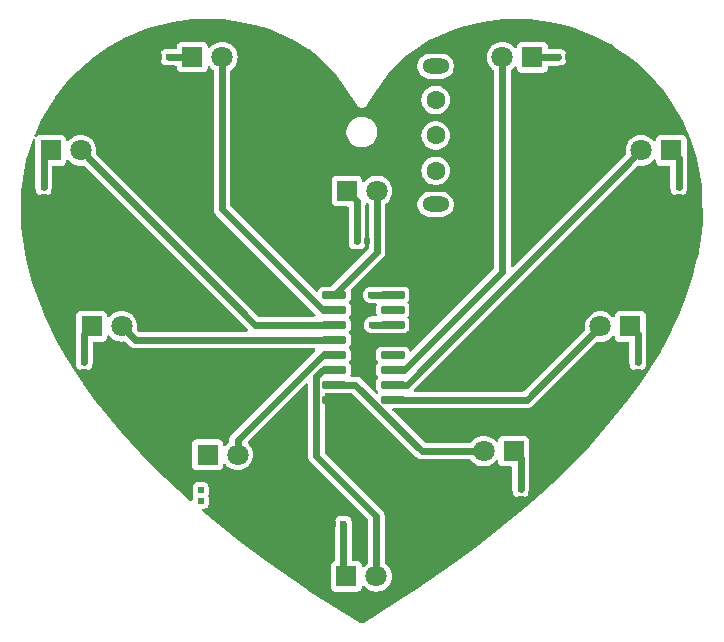
<source format=gbr>
%TF.GenerationSoftware,KiCad,Pcbnew,8.0.7-8.0.7-0~ubuntu24.04.1*%
%TF.CreationDate,2025-01-10T15:06:56-06:00*%
%TF.ProjectId,HeartLEDChaser_PCB,48656172-744c-4454-9443-68617365725f,rev?*%
%TF.SameCoordinates,Original*%
%TF.FileFunction,Copper,L1,Top*%
%TF.FilePolarity,Positive*%
%FSLAX46Y46*%
G04 Gerber Fmt 4.6, Leading zero omitted, Abs format (unit mm)*
G04 Created by KiCad (PCBNEW 8.0.7-8.0.7-0~ubuntu24.04.1) date 2025-01-10 15:06:56*
%MOMM*%
%LPD*%
G01*
G04 APERTURE LIST*
G04 Aperture macros list*
%AMRoundRect*
0 Rectangle with rounded corners*
0 $1 Rounding radius*
0 $2 $3 $4 $5 $6 $7 $8 $9 X,Y pos of 4 corners*
0 Add a 4 corners polygon primitive as box body*
4,1,4,$2,$3,$4,$5,$6,$7,$8,$9,$2,$3,0*
0 Add four circle primitives for the rounded corners*
1,1,$1+$1,$2,$3*
1,1,$1+$1,$4,$5*
1,1,$1+$1,$6,$7*
1,1,$1+$1,$8,$9*
0 Add four rect primitives between the rounded corners*
20,1,$1+$1,$2,$3,$4,$5,0*
20,1,$1+$1,$4,$5,$6,$7,0*
20,1,$1+$1,$6,$7,$8,$9,0*
20,1,$1+$1,$8,$9,$2,$3,0*%
G04 Aperture macros list end*
%TA.AperFunction,SMDPad,CuDef*%
%ADD10R,0.540000X0.570000*%
%TD*%
%TA.AperFunction,ComponentPad*%
%ADD11R,1.800000X1.800000*%
%TD*%
%TA.AperFunction,ComponentPad*%
%ADD12C,1.800000*%
%TD*%
%TA.AperFunction,SMDPad,CuDef*%
%ADD13RoundRect,0.075000X-0.910000X-0.225000X0.910000X-0.225000X0.910000X0.225000X-0.910000X0.225000X0*%
%TD*%
%TA.AperFunction,ComponentPad*%
%ADD14C,1.600000*%
%TD*%
%TA.AperFunction,ComponentPad*%
%ADD15O,2.300000X1.300000*%
%TD*%
%TA.AperFunction,SMDPad,CuDef*%
%ADD16R,0.570000X0.540000*%
%TD*%
%TA.AperFunction,ViaPad*%
%ADD17C,0.600000*%
%TD*%
%TA.AperFunction,Conductor*%
%ADD18C,0.600000*%
%TD*%
G04 APERTURE END LIST*
D10*
%TO.P,R11,1*%
%TO.N,Net-(D9-K)*%
X156820000Y-87260000D03*
%TO.P,R11,2*%
%TO.N,GND*%
X156820000Y-88120000D03*
%TD*%
D11*
%TO.P,D3,1,K*%
%TO.N,Net-(D3-K)*%
X103660000Y-84140000D03*
D12*
%TO.P,D3,2,A*%
%TO.N,Net-(D3-A)*%
X106200000Y-84140000D03*
%TD*%
D10*
%TO.P,R9,1*%
%TO.N,Net-(D7-K)*%
X143440000Y-112790000D03*
%TO.P,R9,2*%
%TO.N,GND*%
X143440000Y-113650000D03*
%TD*%
D11*
%TO.P,D9,1,K*%
%TO.N,Net-(D9-K)*%
X156190000Y-84140000D03*
D12*
%TO.P,D9,2,A*%
%TO.N,Net-(D9-A)*%
X153650000Y-84140000D03*
%TD*%
D11*
%TO.P,D8,1,K*%
%TO.N,Net-(D8-K)*%
X152740000Y-99050000D03*
D12*
%TO.P,D8,2,A*%
%TO.N,Net-(D8-A)*%
X150200000Y-99050000D03*
%TD*%
D11*
%TO.P,D2,1,K*%
%TO.N,Net-(D2-K)*%
X115640000Y-76240000D03*
D12*
%TO.P,D2,2,A*%
%TO.N,Net-(D2-A)*%
X118180000Y-76240000D03*
%TD*%
D11*
%TO.P,D4,1,K*%
%TO.N,Net-(D4-K)*%
X107120000Y-99030000D03*
D12*
%TO.P,D4,2,A*%
%TO.N,Net-(D4-A)*%
X109660000Y-99030000D03*
%TD*%
D10*
%TO.P,R5,1*%
%TO.N,Net-(D3-K)*%
X103050000Y-87260000D03*
%TO.P,R5,2*%
%TO.N,GND*%
X103050000Y-88120000D03*
%TD*%
D13*
%TO.P,U2,1,5*%
%TO.N,Net-(D1-A)*%
X127670000Y-96370000D03*
%TO.P,U2,2,1*%
%TO.N,Net-(D2-A)*%
X127670000Y-97640000D03*
%TO.P,U2,3,0*%
%TO.N,Net-(D3-A)*%
X127670000Y-98910000D03*
%TO.P,U2,4,2*%
%TO.N,Net-(D4-A)*%
X127670000Y-100180000D03*
%TO.P,U2,5,6*%
%TO.N,Net-(D5-A)*%
X127670000Y-101450000D03*
%TO.P,U2,6,7*%
%TO.N,Net-(D6-A)*%
X127670000Y-102720000D03*
%TO.P,U2,7,3*%
%TO.N,Net-(D7-A)*%
X127670000Y-103990000D03*
%TO.P,U2,8,VSS*%
%TO.N,GND*%
X127670000Y-105260000D03*
%TO.P,U2,9,8*%
%TO.N,Net-(D8-A)*%
X132620000Y-105260000D03*
%TO.P,U2,10,4*%
%TO.N,Net-(D9-A)*%
X132620000Y-103990000D03*
%TO.P,U2,11,9*%
%TO.N,Net-(D10-A)*%
X132620000Y-102720000D03*
%TO.P,U2,12,CARRY_OUT*%
%TO.N,unconnected-(U2-CARRY_OUT-Pad12)*%
X132620000Y-101450000D03*
%TO.P,U2,13,CLOCK_INHIBIT*%
%TO.N,GND*%
X132620000Y-100180000D03*
%TO.P,U2,14,CLOCK*%
%TO.N,ASTABLE_OUTPUT*%
X132620000Y-98910000D03*
%TO.P,U2,15,RESET*%
%TO.N,unconnected-(U2-RESET-Pad15)*%
X132620000Y-97640000D03*
%TO.P,U2,16,VDD*%
%TO.N,+5V*%
X132620000Y-96370000D03*
%TD*%
D10*
%TO.P,R6,1*%
%TO.N,Net-(D4-K)*%
X106500000Y-102080000D03*
%TO.P,R6,2*%
%TO.N,GND*%
X106500000Y-102940000D03*
%TD*%
D14*
%TO.P,U4,1,1*%
%TO.N,unconnected-(U4-Pad1)*%
X136250000Y-85870000D03*
%TO.P,U4,2,2*%
%TO.N,Net-(BT1-+)*%
X136250000Y-82870000D03*
%TO.P,U4,3,3*%
%TO.N,+3V0*%
X136250000Y-79870000D03*
D15*
%TO.P,U4,4,4*%
%TO.N,unconnected-(U4-Pad4)*%
X136250000Y-77020000D03*
%TO.P,U4,5,5*%
%TO.N,unconnected-(U4-Pad5)*%
X136250000Y-88720000D03*
%TD*%
D11*
%TO.P,D7,1,K*%
%TO.N,Net-(D7-K)*%
X142850000Y-109600000D03*
D12*
%TO.P,D7,2,A*%
%TO.N,Net-(D7-A)*%
X140310000Y-109600000D03*
%TD*%
D10*
%TO.P,R7,1*%
%TO.N,unconnected-(R7-Pad1)*%
X116350000Y-112930000D03*
%TO.P,R7,2*%
%TO.N,unconnected-(R7-Pad2)*%
X116350000Y-113790000D03*
%TD*%
D11*
%TO.P,D10,1,K*%
%TO.N,Net-(D10-K)*%
X144440000Y-76260000D03*
D12*
%TO.P,D10,2,A*%
%TO.N,Net-(D10-A)*%
X141900000Y-76260000D03*
%TD*%
D16*
%TO.P,R4,1*%
%TO.N,Net-(D2-K)*%
X113660000Y-76240000D03*
%TO.P,R4,2*%
%TO.N,GND*%
X112800000Y-76240000D03*
%TD*%
D11*
%TO.P,D5,1,K*%
%TO.N,unconnected-(D5-K-Pad1)*%
X116940000Y-109910000D03*
D12*
%TO.P,D5,2,A*%
%TO.N,Net-(D5-A)*%
X119480000Y-109910000D03*
%TD*%
D16*
%TO.P,R12,1*%
%TO.N,Net-(D10-K)*%
X146610000Y-76260000D03*
%TO.P,R12,2*%
%TO.N,GND*%
X147470000Y-76260000D03*
%TD*%
D10*
%TO.P,R10,1*%
%TO.N,Net-(D8-K)*%
X153360000Y-102080000D03*
%TO.P,R10,2*%
%TO.N,GND*%
X153360000Y-102940000D03*
%TD*%
D11*
%TO.P,D6,1,K*%
%TO.N,Net-(D6-K)*%
X128695000Y-120200000D03*
D12*
%TO.P,D6,2,A*%
%TO.N,Net-(D6-A)*%
X131235000Y-120200000D03*
%TD*%
D16*
%TO.P,R8,2*%
%TO.N,GND*%
X127581200Y-115795000D03*
%TO.P,R8,1*%
%TO.N,Net-(D6-K)*%
X128441200Y-115795000D03*
%TD*%
D11*
%TO.P,D1,1,K*%
%TO.N,Net-(D1-K)*%
X128740000Y-87580000D03*
D12*
%TO.P,D1,2,A*%
%TO.N,Net-(D1-A)*%
X131280000Y-87580000D03*
%TD*%
D16*
%TO.P,R3,1*%
%TO.N,Net-(D1-K)*%
X129610000Y-91830000D03*
%TO.P,R3,2*%
%TO.N,GND*%
X130470000Y-91830000D03*
%TD*%
D17*
%TO.N,GND*%
X112110000Y-98690000D03*
%TO.N,+5V*%
X130810000Y-96380000D03*
%TO.N,ASTABLE_OUTPUT*%
X130860000Y-98900000D03*
%TD*%
D18*
%TO.N,Net-(D6-K)*%
X128441200Y-115795000D02*
X128441200Y-119946200D01*
X128441200Y-119946200D02*
X128695000Y-120200000D01*
%TO.N,+5V*%
X130810000Y-96380000D02*
X132610000Y-96380000D01*
X132610000Y-96380000D02*
X132620000Y-96370000D01*
%TO.N,ASTABLE_OUTPUT*%
X130860000Y-98900000D02*
X132610000Y-98900000D01*
X132610000Y-98900000D02*
X132620000Y-98910000D01*
%TO.N,Net-(D7-A)*%
X127670000Y-103990000D02*
X129442176Y-103990000D01*
X129442176Y-103990000D02*
X135052176Y-109600000D01*
X135052176Y-109600000D02*
X140310000Y-109600000D01*
%TO.N,Net-(D1-A)*%
X131280000Y-92760000D02*
X131280000Y-87580000D01*
X127670000Y-96370000D02*
X131280000Y-92760000D01*
%TO.N,Net-(D2-A)*%
X118180000Y-89134999D02*
X118180000Y-76240000D01*
X126685001Y-97640000D02*
X118180000Y-89134999D01*
X127670000Y-97640000D02*
X126685001Y-97640000D01*
%TO.N,Net-(D3-A)*%
X120970000Y-98910000D02*
X106200000Y-84140000D01*
X127670000Y-98910000D02*
X120970000Y-98910000D01*
%TO.N,Net-(D4-A)*%
X127670000Y-100180000D02*
X110810000Y-100180000D01*
X110810000Y-100180000D02*
X109660000Y-99030000D01*
%TO.N,Net-(D5-A)*%
X119480000Y-108655001D02*
X119480000Y-109910000D01*
X126685001Y-101450000D02*
X119480000Y-108655001D01*
X127670000Y-101450000D02*
X126685001Y-101450000D01*
%TO.N,Net-(D6-A)*%
X127670000Y-102720000D02*
X126685001Y-102720000D01*
X131235000Y-115115000D02*
X131235000Y-120200000D01*
X126140000Y-103265001D02*
X126140000Y-110020000D01*
X126140000Y-110020000D02*
X131235000Y-115115000D01*
X126685001Y-102720000D02*
X126140000Y-103265001D01*
%TO.N,Net-(D8-A)*%
X143990000Y-105260000D02*
X150200000Y-99050000D01*
X132620000Y-105260000D02*
X143990000Y-105260000D01*
%TO.N,Net-(D9-A)*%
X133800000Y-103990000D02*
X153650000Y-84140000D01*
X132620000Y-103990000D02*
X133800000Y-103990000D01*
%TO.N,Net-(D10-A)*%
X133604999Y-102720000D02*
X141900000Y-94424999D01*
X141900000Y-94424999D02*
X141900000Y-76260000D01*
X132620000Y-102720000D02*
X133604999Y-102720000D01*
%TO.N,Net-(D2-K)*%
X113660000Y-76240000D02*
X115640000Y-76240000D01*
%TO.N,Net-(D3-K)*%
X103050000Y-87260000D02*
X103050000Y-84750000D01*
X103050000Y-84750000D02*
X103660000Y-84140000D01*
%TO.N,Net-(D4-K)*%
X106500000Y-99650000D02*
X107120000Y-99030000D01*
X106500000Y-102080000D02*
X106500000Y-99650000D01*
%TO.N,Net-(D7-K)*%
X143440000Y-112790000D02*
X143440000Y-110190000D01*
%TO.N,Net-(D8-K)*%
X153360000Y-99670000D02*
X152740000Y-99050000D01*
X153360000Y-102080000D02*
X153360000Y-99670000D01*
%TO.N,Net-(D9-K)*%
X156820000Y-84770000D02*
X156190000Y-84140000D01*
X156820000Y-87260000D02*
X156820000Y-84770000D01*
%TO.N,Net-(D10-K)*%
X146610000Y-76260000D02*
X144440000Y-76260000D01*
%TO.N,Net-(D1-K)*%
X129610000Y-91830000D02*
X129610000Y-88450000D01*
X129610000Y-88450000D02*
X128740000Y-87580000D01*
%TD*%
%TA.AperFunction,Conductor*%
%TO.N,GND*%
G36*
X118060096Y-73005845D02*
G01*
X118280416Y-73038561D01*
X119684659Y-73247087D01*
X119695210Y-73249126D01*
X120938513Y-73545820D01*
X121586678Y-73700494D01*
X121593644Y-73702372D01*
X121629377Y-73713130D01*
X122188979Y-73881609D01*
X122194181Y-73883175D01*
X122207458Y-73888013D01*
X123860334Y-74599468D01*
X123866721Y-74602436D01*
X124117958Y-74728055D01*
X124129069Y-74734346D01*
X125481737Y-75595134D01*
X125489564Y-75600548D01*
X126279240Y-76192805D01*
X126291202Y-76203025D01*
X126767615Y-76665496D01*
X127684382Y-77555435D01*
X127700350Y-77574387D01*
X129562268Y-80295653D01*
X129571630Y-80311831D01*
X129579741Y-80328658D01*
X129579743Y-80328662D01*
X129600121Y-80352326D01*
X129608493Y-80363214D01*
X129626138Y-80389002D01*
X129626145Y-80389009D01*
X129640320Y-80401167D01*
X129653553Y-80414374D01*
X129665737Y-80428523D01*
X129665736Y-80428523D01*
X129691546Y-80446107D01*
X129702452Y-80454457D01*
X129726172Y-80474802D01*
X129743011Y-80482876D01*
X129759215Y-80492211D01*
X129774640Y-80502721D01*
X129774641Y-80502721D01*
X129774645Y-80502724D01*
X129804145Y-80513035D01*
X129816836Y-80518278D01*
X129844999Y-80531784D01*
X129844998Y-80531784D01*
X129858198Y-80534258D01*
X129863344Y-80535223D01*
X129881414Y-80540045D01*
X129899048Y-80546210D01*
X129930211Y-80548534D01*
X129943816Y-80550311D01*
X129974528Y-80556071D01*
X129985874Y-80555201D01*
X129993143Y-80554645D01*
X130011845Y-80554626D01*
X130030467Y-80556016D01*
X130061170Y-80550195D01*
X130074766Y-80548392D01*
X130105926Y-80546006D01*
X130123550Y-80539805D01*
X130141599Y-80534951D01*
X130159946Y-80531474D01*
X130188100Y-80517903D01*
X130200759Y-80512645D01*
X130230243Y-80502275D01*
X130245655Y-80491729D01*
X130261838Y-80482365D01*
X130264842Y-80480916D01*
X130278661Y-80474257D01*
X130302342Y-80453863D01*
X130313210Y-80445507D01*
X130339006Y-80427858D01*
X130351172Y-80413672D01*
X130364368Y-80400450D01*
X130378522Y-80388263D01*
X130396107Y-80362451D01*
X130404454Y-80351549D01*
X130424802Y-80327828D01*
X130432877Y-80310986D01*
X130442204Y-80294792D01*
X130465946Y-80259946D01*
X130472600Y-80251348D01*
X130473648Y-80249775D01*
X130473651Y-80249773D01*
X130508552Y-80197419D01*
X130509098Y-80196609D01*
X130544484Y-80144675D01*
X130544484Y-80144672D01*
X130545542Y-80143121D01*
X130551026Y-80133709D01*
X130726833Y-79869999D01*
X135044357Y-79869999D01*
X135044357Y-79870000D01*
X135064884Y-80091535D01*
X135064885Y-80091537D01*
X135125769Y-80305523D01*
X135125775Y-80305538D01*
X135224938Y-80504683D01*
X135224943Y-80504691D01*
X135359020Y-80682238D01*
X135523437Y-80832123D01*
X135523439Y-80832125D01*
X135712595Y-80949245D01*
X135712596Y-80949245D01*
X135712599Y-80949247D01*
X135920060Y-81029618D01*
X136138757Y-81070500D01*
X136138759Y-81070500D01*
X136361241Y-81070500D01*
X136361243Y-81070500D01*
X136579940Y-81029618D01*
X136787401Y-80949247D01*
X136976562Y-80832124D01*
X137140981Y-80682236D01*
X137275058Y-80504689D01*
X137374229Y-80305528D01*
X137435115Y-80091536D01*
X137455643Y-79870000D01*
X137455195Y-79865170D01*
X137435115Y-79648464D01*
X137435114Y-79648462D01*
X137434340Y-79645743D01*
X137374229Y-79434472D01*
X137374224Y-79434461D01*
X137275061Y-79235316D01*
X137275056Y-79235308D01*
X137140979Y-79057761D01*
X136976562Y-78907876D01*
X136976560Y-78907874D01*
X136787404Y-78790754D01*
X136787398Y-78790752D01*
X136579940Y-78710382D01*
X136361243Y-78669500D01*
X136138757Y-78669500D01*
X135920060Y-78710382D01*
X135788864Y-78761207D01*
X135712601Y-78790752D01*
X135712595Y-78790754D01*
X135523439Y-78907874D01*
X135523437Y-78907876D01*
X135359020Y-79057761D01*
X135224943Y-79235308D01*
X135224938Y-79235316D01*
X135125775Y-79434461D01*
X135125769Y-79434476D01*
X135064885Y-79648462D01*
X135064884Y-79648464D01*
X135044357Y-79869999D01*
X130726833Y-79869999D01*
X131979922Y-77990364D01*
X131984170Y-77984387D01*
X132009462Y-77950941D01*
X132194223Y-77706608D01*
X132194607Y-77706102D01*
X132520269Y-77281057D01*
X132531004Y-77268808D01*
X132883282Y-76916530D01*
X134699500Y-76916530D01*
X134699500Y-77123469D01*
X134739868Y-77326412D01*
X134739870Y-77326420D01*
X134798534Y-77468048D01*
X134819059Y-77517598D01*
X134837800Y-77545646D01*
X134934024Y-77689657D01*
X135080342Y-77835975D01*
X135080345Y-77835977D01*
X135252402Y-77950941D01*
X135443580Y-78030130D01*
X135646530Y-78070499D01*
X135646534Y-78070500D01*
X135646535Y-78070500D01*
X136853466Y-78070500D01*
X136853467Y-78070499D01*
X137056420Y-78030130D01*
X137247598Y-77950941D01*
X137419655Y-77835977D01*
X137565977Y-77689655D01*
X137680941Y-77517598D01*
X137760130Y-77326420D01*
X137800500Y-77123465D01*
X137800500Y-76916535D01*
X137760130Y-76713580D01*
X137680941Y-76522402D01*
X137565977Y-76350345D01*
X137565975Y-76350342D01*
X137419657Y-76204024D01*
X137257381Y-76095596D01*
X137247598Y-76089059D01*
X137233897Y-76083384D01*
X137056420Y-76009870D01*
X137056412Y-76009868D01*
X136853469Y-75969500D01*
X136853465Y-75969500D01*
X135646535Y-75969500D01*
X135646530Y-75969500D01*
X135443587Y-76009868D01*
X135443579Y-76009870D01*
X135252403Y-76089058D01*
X135080342Y-76204024D01*
X134934024Y-76350342D01*
X134819058Y-76522403D01*
X134739870Y-76713579D01*
X134739868Y-76713587D01*
X134699500Y-76916530D01*
X132883282Y-76916530D01*
X133361110Y-76438702D01*
X133373226Y-76428070D01*
X133842837Y-76067254D01*
X133843819Y-76066508D01*
X134075473Y-75892769D01*
X134081154Y-75888755D01*
X135657950Y-74840462D01*
X135664264Y-74836535D01*
X136071221Y-74600236D01*
X136085782Y-74593014D01*
X137712792Y-73915093D01*
X137721754Y-73911760D01*
X138426133Y-73680355D01*
X138436814Y-73677370D01*
X140223833Y-73263177D01*
X140233470Y-73261344D01*
X141944063Y-73005859D01*
X141962380Y-73004500D01*
X144311882Y-73004500D01*
X144330096Y-73005845D01*
X144772565Y-73071550D01*
X145951298Y-73246588D01*
X145963165Y-73248947D01*
X147150143Y-73545820D01*
X147772734Y-73701535D01*
X147781859Y-73704193D01*
X148315839Y-73882186D01*
X148323872Y-73885176D01*
X148392006Y-73913253D01*
X149623921Y-74420910D01*
X149634313Y-74425768D01*
X150678756Y-74974364D01*
X151044134Y-75166280D01*
X151055574Y-75173096D01*
X151642676Y-75567117D01*
X152560746Y-76183260D01*
X152566583Y-76187429D01*
X153523536Y-76913580D01*
X153567501Y-76946941D01*
X153580226Y-76958040D01*
X154928792Y-78306605D01*
X154938922Y-78318069D01*
X155588454Y-79151634D01*
X155592228Y-79156742D01*
X156088126Y-79865170D01*
X156092988Y-79872679D01*
X157168228Y-81672296D01*
X157175595Y-81686679D01*
X157526285Y-82497648D01*
X157851436Y-83249559D01*
X157858164Y-83265116D01*
X157862275Y-83275998D01*
X158272771Y-84538869D01*
X158279448Y-84559411D01*
X158281743Y-84567367D01*
X158472846Y-85323723D01*
X158474954Y-85333817D01*
X158775116Y-87144204D01*
X158776277Y-87153259D01*
X158838822Y-87841246D01*
X158839314Y-87850412D01*
X158878852Y-90229266D01*
X158877962Y-90246301D01*
X158777026Y-91076031D01*
X158776307Y-91081069D01*
X158420613Y-93256135D01*
X158418239Y-93267364D01*
X157965429Y-95006661D01*
X157962870Y-95015215D01*
X157298600Y-96975579D01*
X157296088Y-96982338D01*
X156837287Y-98115006D01*
X156833859Y-98122706D01*
X155664297Y-100526368D01*
X155661192Y-100532334D01*
X155308004Y-101168073D01*
X155304417Y-101174119D01*
X153549034Y-103950494D01*
X153544074Y-103957755D01*
X152565555Y-105286572D01*
X152561942Y-105291241D01*
X150618704Y-107682799D01*
X150615654Y-107686410D01*
X149323255Y-109158560D01*
X149317750Y-109164434D01*
X146090117Y-112392067D01*
X146084377Y-112397454D01*
X145529381Y-112886092D01*
X145155539Y-113215235D01*
X144458421Y-113828729D01*
X143356077Y-114798839D01*
X143351872Y-114802377D01*
X139923368Y-117559927D01*
X139919447Y-117562954D01*
X137987585Y-118993528D01*
X137984059Y-118996045D01*
X134395448Y-121464159D01*
X134393963Y-121465164D01*
X134232323Y-121572924D01*
X134230186Y-121574317D01*
X130182553Y-124154067D01*
X130115907Y-124173500D01*
X129894500Y-124173500D01*
X129850005Y-124165242D01*
X129832368Y-124158462D01*
X129821410Y-124153629D01*
X129817309Y-124151578D01*
X129806479Y-124145464D01*
X125625288Y-121499956D01*
X125622805Y-121498343D01*
X125410838Y-121357032D01*
X125409332Y-121356012D01*
X121873545Y-118923154D01*
X121869434Y-118920200D01*
X119568870Y-117194778D01*
X119565003Y-117191756D01*
X116497699Y-114695677D01*
X116458126Y-114638095D01*
X116455966Y-114568259D01*
X116491905Y-114508341D01*
X116554533Y-114477365D01*
X116575966Y-114475499D01*
X116651517Y-114475499D01*
X116651518Y-114475499D01*
X116745304Y-114460646D01*
X116858342Y-114403050D01*
X116948050Y-114313342D01*
X117005646Y-114200304D01*
X117005646Y-114200302D01*
X117005647Y-114200301D01*
X117020499Y-114106524D01*
X117020500Y-114106519D01*
X117020499Y-113473482D01*
X117020499Y-113473481D01*
X117020499Y-113473476D01*
X117005599Y-113379397D01*
X117005599Y-113340601D01*
X117007062Y-113331361D01*
X117020500Y-113246519D01*
X117020499Y-112613482D01*
X117005646Y-112519696D01*
X116948050Y-112406658D01*
X116948046Y-112406654D01*
X116948045Y-112406652D01*
X116858347Y-112316954D01*
X116858344Y-112316952D01*
X116858342Y-112316950D01*
X116781517Y-112277805D01*
X116745301Y-112259352D01*
X116651524Y-112244500D01*
X116048482Y-112244500D01*
X115967519Y-112257323D01*
X115954696Y-112259354D01*
X115841658Y-112316950D01*
X115841657Y-112316951D01*
X115841652Y-112316954D01*
X115751954Y-112406652D01*
X115751951Y-112406657D01*
X115694352Y-112519698D01*
X115679500Y-112613475D01*
X115679500Y-113246518D01*
X115694401Y-113340603D01*
X115694400Y-113379396D01*
X115679500Y-113473474D01*
X115679500Y-113705991D01*
X115659815Y-113773030D01*
X115607011Y-113818785D01*
X115537853Y-113828729D01*
X115474297Y-113799704D01*
X115473299Y-113798829D01*
X114443344Y-112886885D01*
X114442456Y-112886092D01*
X113329197Y-111881156D01*
X113324605Y-111876792D01*
X111202345Y-109754531D01*
X111197554Y-109749464D01*
X109644767Y-108011390D01*
X109641705Y-108007828D01*
X108021860Y-106050260D01*
X107516369Y-105439379D01*
X107511590Y-105433220D01*
X107062032Y-104814499D01*
X106659488Y-104260481D01*
X106384929Y-103882609D01*
X106381012Y-103876887D01*
X105996829Y-103280690D01*
X104886963Y-101558335D01*
X104883540Y-101552698D01*
X104341988Y-100604431D01*
X104338144Y-100597148D01*
X104303740Y-100526368D01*
X103212318Y-98280955D01*
X103209696Y-98275187D01*
X103205365Y-98264978D01*
X102809416Y-97331672D01*
X102806542Y-97324239D01*
X102019982Y-95077166D01*
X102016724Y-95066282D01*
X102003957Y-95015215D01*
X101585525Y-93341490D01*
X101583565Y-93332123D01*
X101226711Y-91224483D01*
X101226055Y-91220127D01*
X101125573Y-90461120D01*
X101124500Y-90444846D01*
X101124500Y-87726202D01*
X101126221Y-87705615D01*
X101147369Y-87580000D01*
X101583400Y-84990079D01*
X101587004Y-84974724D01*
X101668296Y-84706515D01*
X101668410Y-84706144D01*
X102117089Y-83262701D01*
X102155785Y-83204527D01*
X102219791Y-83176508D01*
X102288784Y-83187541D01*
X102340860Y-83234123D01*
X102359500Y-83299509D01*
X102359500Y-84618523D01*
X102357117Y-84642715D01*
X102349500Y-84681007D01*
X102349500Y-87328993D01*
X102349500Y-87328995D01*
X102349499Y-87328995D01*
X102377117Y-87467832D01*
X102379500Y-87492023D01*
X102379500Y-87576517D01*
X102388313Y-87632160D01*
X102394354Y-87670304D01*
X102451950Y-87783342D01*
X102451952Y-87783344D01*
X102451954Y-87783347D01*
X102541652Y-87873045D01*
X102541654Y-87873046D01*
X102541658Y-87873050D01*
X102654694Y-87930645D01*
X102654698Y-87930647D01*
X102748475Y-87945499D01*
X102748481Y-87945500D01*
X102893382Y-87945499D01*
X102917575Y-87947881D01*
X102938843Y-87952112D01*
X102981006Y-87960500D01*
X102981007Y-87960500D01*
X103118994Y-87960500D01*
X103182427Y-87947882D01*
X103206619Y-87945499D01*
X103351517Y-87945499D01*
X103351518Y-87945499D01*
X103445304Y-87930646D01*
X103558342Y-87873050D01*
X103648050Y-87783342D01*
X103705646Y-87670304D01*
X103705646Y-87670302D01*
X103705647Y-87670301D01*
X103716282Y-87603147D01*
X103720500Y-87576519D01*
X103720499Y-87492023D01*
X103722882Y-87467835D01*
X103750500Y-87328995D01*
X103750500Y-85564499D01*
X103770185Y-85497460D01*
X103822989Y-85451705D01*
X103874500Y-85440499D01*
X104591517Y-85440499D01*
X104591518Y-85440499D01*
X104685304Y-85425646D01*
X104798342Y-85368050D01*
X104888050Y-85278342D01*
X104945646Y-85165304D01*
X104945646Y-85165302D01*
X104945647Y-85165301D01*
X104960499Y-85071525D01*
X104960500Y-85071519D01*
X104960499Y-85030441D01*
X104980182Y-84963405D01*
X105032985Y-84917649D01*
X105102143Y-84907704D01*
X105165700Y-84936727D01*
X105186073Y-84959317D01*
X105199954Y-84979141D01*
X105360858Y-85140045D01*
X105360861Y-85140047D01*
X105547266Y-85270568D01*
X105753504Y-85366739D01*
X105753509Y-85366740D01*
X105753511Y-85366741D01*
X105806415Y-85380916D01*
X105973308Y-85425635D01*
X106135230Y-85439801D01*
X106199998Y-85445468D01*
X106200000Y-85445468D01*
X106200001Y-85445468D01*
X106218304Y-85443866D01*
X106426692Y-85425635D01*
X106426697Y-85425633D01*
X106431881Y-85425180D01*
X106500381Y-85438946D01*
X106530370Y-85461027D01*
X120337163Y-99267819D01*
X120370648Y-99329142D01*
X120365664Y-99398834D01*
X120323792Y-99454767D01*
X120258328Y-99479184D01*
X120249482Y-99479500D01*
X111151519Y-99479500D01*
X111084480Y-99459815D01*
X111063838Y-99443181D01*
X110981027Y-99360370D01*
X110947542Y-99299047D01*
X110945180Y-99261881D01*
X110945633Y-99256697D01*
X110945635Y-99256692D01*
X110965468Y-99030000D01*
X110963377Y-99006105D01*
X110958458Y-98949873D01*
X110945635Y-98803308D01*
X110886739Y-98583504D01*
X110790568Y-98377266D01*
X110660047Y-98190861D01*
X110660045Y-98190858D01*
X110499141Y-98029954D01*
X110312734Y-97899432D01*
X110312732Y-97899431D01*
X110106497Y-97803261D01*
X110106488Y-97803258D01*
X109886697Y-97744366D01*
X109886693Y-97744365D01*
X109886692Y-97744365D01*
X109886691Y-97744364D01*
X109886686Y-97744364D01*
X109660002Y-97724532D01*
X109659998Y-97724532D01*
X109433313Y-97744364D01*
X109433302Y-97744366D01*
X109213511Y-97803258D01*
X109213502Y-97803261D01*
X109007267Y-97899431D01*
X109007265Y-97899432D01*
X108820858Y-98029954D01*
X108659954Y-98190858D01*
X108646074Y-98210682D01*
X108591498Y-98254307D01*
X108521999Y-98261501D01*
X108459644Y-98229979D01*
X108424230Y-98169749D01*
X108420499Y-98139559D01*
X108420499Y-98098482D01*
X108419983Y-98095226D01*
X108405646Y-98004696D01*
X108348050Y-97891658D01*
X108348046Y-97891654D01*
X108348045Y-97891652D01*
X108258347Y-97801954D01*
X108258344Y-97801952D01*
X108258342Y-97801950D01*
X108181517Y-97762805D01*
X108145301Y-97744352D01*
X108051524Y-97729500D01*
X106188482Y-97729500D01*
X106107519Y-97742323D01*
X106094696Y-97744354D01*
X105981658Y-97801950D01*
X105981657Y-97801951D01*
X105981652Y-97801954D01*
X105891954Y-97891652D01*
X105891951Y-97891657D01*
X105891950Y-97891658D01*
X105872751Y-97929337D01*
X105834352Y-98004698D01*
X105819500Y-98098475D01*
X105819500Y-99468242D01*
X105817118Y-99492432D01*
X105799500Y-99581007D01*
X105799500Y-102148993D01*
X105799500Y-102148995D01*
X105799499Y-102148995D01*
X105827117Y-102287832D01*
X105829500Y-102312023D01*
X105829500Y-102396517D01*
X105840292Y-102464657D01*
X105844354Y-102490304D01*
X105901950Y-102603342D01*
X105901952Y-102603344D01*
X105901954Y-102603347D01*
X105991652Y-102693045D01*
X105991654Y-102693046D01*
X105991658Y-102693050D01*
X106104694Y-102750645D01*
X106104698Y-102750647D01*
X106198475Y-102765499D01*
X106198481Y-102765500D01*
X106343382Y-102765499D01*
X106367575Y-102767881D01*
X106388843Y-102772112D01*
X106431006Y-102780500D01*
X106431007Y-102780500D01*
X106568994Y-102780500D01*
X106632427Y-102767882D01*
X106656619Y-102765499D01*
X106801517Y-102765499D01*
X106801518Y-102765499D01*
X106895304Y-102750646D01*
X107008342Y-102693050D01*
X107098050Y-102603342D01*
X107155646Y-102490304D01*
X107155646Y-102490302D01*
X107155647Y-102490301D01*
X107170499Y-102396524D01*
X107170500Y-102396519D01*
X107170499Y-102312023D01*
X107172882Y-102287835D01*
X107177470Y-102264774D01*
X107200500Y-102148993D01*
X107200500Y-100454499D01*
X107220185Y-100387460D01*
X107272989Y-100341705D01*
X107324500Y-100330499D01*
X108051517Y-100330499D01*
X108051518Y-100330499D01*
X108145304Y-100315646D01*
X108258342Y-100258050D01*
X108348050Y-100168342D01*
X108405646Y-100055304D01*
X108405646Y-100055302D01*
X108405647Y-100055301D01*
X108420499Y-99961525D01*
X108420500Y-99961519D01*
X108420499Y-99920441D01*
X108440182Y-99853405D01*
X108492985Y-99807649D01*
X108562143Y-99797704D01*
X108625700Y-99826727D01*
X108646073Y-99849317D01*
X108659954Y-99869141D01*
X108820858Y-100030045D01*
X108820861Y-100030047D01*
X109007266Y-100160568D01*
X109213504Y-100256739D01*
X109213509Y-100256740D01*
X109213511Y-100256741D01*
X109266415Y-100270916D01*
X109433308Y-100315635D01*
X109595230Y-100329801D01*
X109659998Y-100335468D01*
X109660000Y-100335468D01*
X109660001Y-100335468D01*
X109678304Y-100333866D01*
X109886692Y-100315635D01*
X109886697Y-100315633D01*
X109891881Y-100315180D01*
X109960381Y-100328946D01*
X109990370Y-100351027D01*
X110363453Y-100724111D01*
X110363454Y-100724112D01*
X110478192Y-100800777D01*
X110605667Y-100853578D01*
X110605672Y-100853580D01*
X110605676Y-100853580D01*
X110605677Y-100853581D01*
X110741003Y-100880500D01*
X110741006Y-100880500D01*
X110741007Y-100880500D01*
X125964481Y-100880500D01*
X126031520Y-100900185D01*
X126077275Y-100952989D01*
X126087219Y-101022147D01*
X126058194Y-101085703D01*
X126052162Y-101092181D01*
X118935888Y-108208454D01*
X118935887Y-108208455D01*
X118900428Y-108261523D01*
X118865129Y-108314354D01*
X118859225Y-108323190D01*
X118859223Y-108323193D01*
X118806421Y-108450668D01*
X118806418Y-108450678D01*
X118779500Y-108586005D01*
X118779500Y-108748326D01*
X118759815Y-108815365D01*
X118726624Y-108849901D01*
X118640863Y-108909951D01*
X118479951Y-109070862D01*
X118466074Y-109090682D01*
X118411498Y-109134307D01*
X118341999Y-109141501D01*
X118279644Y-109109979D01*
X118244230Y-109049749D01*
X118240499Y-109019559D01*
X118240499Y-108978482D01*
X118235341Y-108945916D01*
X118225646Y-108884696D01*
X118168050Y-108771658D01*
X118168046Y-108771654D01*
X118168045Y-108771652D01*
X118078347Y-108681954D01*
X118078344Y-108681952D01*
X118078342Y-108681950D01*
X118001517Y-108642805D01*
X117965301Y-108624352D01*
X117871524Y-108609500D01*
X116008482Y-108609500D01*
X115927519Y-108622323D01*
X115914696Y-108624354D01*
X115801658Y-108681950D01*
X115801657Y-108681951D01*
X115801652Y-108681954D01*
X115711954Y-108771652D01*
X115711951Y-108771657D01*
X115654352Y-108884698D01*
X115639500Y-108978475D01*
X115639500Y-110841517D01*
X115648842Y-110900499D01*
X115654354Y-110935304D01*
X115711950Y-111048342D01*
X115711952Y-111048344D01*
X115711954Y-111048347D01*
X115801652Y-111138045D01*
X115801654Y-111138046D01*
X115801658Y-111138050D01*
X115914674Y-111195635D01*
X115914698Y-111195647D01*
X116008475Y-111210499D01*
X116008481Y-111210500D01*
X117871518Y-111210499D01*
X117965304Y-111195646D01*
X118078342Y-111138050D01*
X118168050Y-111048342D01*
X118225646Y-110935304D01*
X118225646Y-110935302D01*
X118225647Y-110935301D01*
X118240499Y-110841525D01*
X118240500Y-110841519D01*
X118240499Y-110800441D01*
X118260182Y-110733405D01*
X118312985Y-110687649D01*
X118382143Y-110677704D01*
X118445700Y-110706727D01*
X118466073Y-110729317D01*
X118479954Y-110749141D01*
X118640858Y-110910045D01*
X118640861Y-110910047D01*
X118827266Y-111040568D01*
X119033504Y-111136739D01*
X119033509Y-111136740D01*
X119033511Y-111136741D01*
X119086415Y-111150916D01*
X119253308Y-111195635D01*
X119415230Y-111209801D01*
X119479998Y-111215468D01*
X119480000Y-111215468D01*
X119480002Y-111215468D01*
X119536796Y-111210499D01*
X119706692Y-111195635D01*
X119926496Y-111136739D01*
X120132734Y-111040568D01*
X120319139Y-110910047D01*
X120480047Y-110749139D01*
X120610568Y-110562734D01*
X120706739Y-110356496D01*
X120765635Y-110136692D01*
X120785468Y-109910000D01*
X120783168Y-109883716D01*
X120775586Y-109797053D01*
X120765635Y-109683308D01*
X120706739Y-109463504D01*
X120610568Y-109257266D01*
X120480047Y-109070861D01*
X120480045Y-109070858D01*
X120355103Y-108945916D01*
X120321618Y-108884593D01*
X120326602Y-108814901D01*
X120355103Y-108770554D01*
X121442858Y-107682799D01*
X125227821Y-103897836D01*
X125289142Y-103864353D01*
X125358834Y-103869337D01*
X125414767Y-103911209D01*
X125439184Y-103976673D01*
X125439500Y-103985519D01*
X125439500Y-109951006D01*
X125439500Y-110088994D01*
X125439500Y-110088996D01*
X125439499Y-110088996D01*
X125466418Y-110224322D01*
X125466421Y-110224332D01*
X125519222Y-110351807D01*
X125595887Y-110466545D01*
X125595888Y-110466546D01*
X130498181Y-115368838D01*
X130531666Y-115430161D01*
X130534500Y-115456519D01*
X130534500Y-119038326D01*
X130514815Y-119105365D01*
X130481624Y-119139901D01*
X130395863Y-119199951D01*
X130234951Y-119360862D01*
X130221074Y-119380682D01*
X130166498Y-119424307D01*
X130096999Y-119431501D01*
X130034644Y-119399979D01*
X129999230Y-119339749D01*
X129995499Y-119309559D01*
X129995499Y-119268482D01*
X129995498Y-119268475D01*
X129980646Y-119174696D01*
X129923050Y-119061658D01*
X129923046Y-119061654D01*
X129923045Y-119061652D01*
X129833347Y-118971954D01*
X129833344Y-118971952D01*
X129833342Y-118971950D01*
X129734759Y-118921719D01*
X129720301Y-118914352D01*
X129626524Y-118899500D01*
X129626519Y-118899500D01*
X129265700Y-118899500D01*
X129198661Y-118879815D01*
X129152906Y-118827011D01*
X129141700Y-118775500D01*
X129141700Y-115726004D01*
X129129082Y-115662572D01*
X129126699Y-115638380D01*
X129126699Y-115493482D01*
X129120845Y-115456519D01*
X129111846Y-115399696D01*
X129054250Y-115286658D01*
X129054246Y-115286654D01*
X129054245Y-115286652D01*
X128964547Y-115196954D01*
X128964544Y-115196952D01*
X128964542Y-115196950D01*
X128887717Y-115157805D01*
X128851501Y-115139352D01*
X128757724Y-115124500D01*
X128757719Y-115124500D01*
X128673226Y-115124500D01*
X128649035Y-115122117D01*
X128510196Y-115094500D01*
X128510193Y-115094500D01*
X128372207Y-115094500D01*
X128372202Y-115094500D01*
X128233362Y-115122117D01*
X128209172Y-115124500D01*
X128124682Y-115124500D01*
X128043719Y-115137323D01*
X128030896Y-115139354D01*
X127917858Y-115196950D01*
X127917857Y-115196951D01*
X127917852Y-115196954D01*
X127828154Y-115286652D01*
X127828151Y-115286657D01*
X127828150Y-115286658D01*
X127808951Y-115324337D01*
X127770552Y-115399698D01*
X127755700Y-115493475D01*
X127755700Y-115638384D01*
X127753317Y-115662575D01*
X127740700Y-115726003D01*
X127740700Y-118802188D01*
X127721015Y-118869227D01*
X127672996Y-118912672D01*
X127556659Y-118971949D01*
X127556652Y-118971954D01*
X127466954Y-119061652D01*
X127466951Y-119061657D01*
X127409352Y-119174698D01*
X127394500Y-119268475D01*
X127394500Y-121131517D01*
X127405292Y-121199657D01*
X127409354Y-121225304D01*
X127466950Y-121338342D01*
X127466952Y-121338344D01*
X127466954Y-121338347D01*
X127556652Y-121428045D01*
X127556654Y-121428046D01*
X127556658Y-121428050D01*
X127669674Y-121485635D01*
X127669698Y-121485647D01*
X127763475Y-121500499D01*
X127763481Y-121500500D01*
X129626518Y-121500499D01*
X129720304Y-121485646D01*
X129833342Y-121428050D01*
X129923050Y-121338342D01*
X129980646Y-121225304D01*
X129980646Y-121225302D01*
X129980647Y-121225301D01*
X129995499Y-121131525D01*
X129995500Y-121131519D01*
X129995499Y-121090441D01*
X130015182Y-121023405D01*
X130067985Y-120977649D01*
X130137143Y-120967704D01*
X130200700Y-120996727D01*
X130221073Y-121019317D01*
X130234954Y-121039141D01*
X130395858Y-121200045D01*
X130395861Y-121200047D01*
X130582266Y-121330568D01*
X130788504Y-121426739D01*
X130788509Y-121426740D01*
X130788511Y-121426741D01*
X130841415Y-121440916D01*
X131008308Y-121485635D01*
X131153561Y-121498343D01*
X131234998Y-121505468D01*
X131235000Y-121505468D01*
X131235002Y-121505468D01*
X131307009Y-121499168D01*
X131461692Y-121485635D01*
X131681496Y-121426739D01*
X131887734Y-121330568D01*
X132074139Y-121200047D01*
X132235047Y-121039139D01*
X132365568Y-120852734D01*
X132461739Y-120646496D01*
X132520635Y-120426692D01*
X132540468Y-120200000D01*
X132520635Y-119973308D01*
X132461739Y-119753504D01*
X132365568Y-119547266D01*
X132279472Y-119424307D01*
X132235048Y-119360862D01*
X132183745Y-119309559D01*
X132074139Y-119199953D01*
X131988376Y-119139901D01*
X131944751Y-119085324D01*
X131935500Y-119038326D01*
X131935500Y-115046005D01*
X131925777Y-114997129D01*
X131925777Y-114997127D01*
X131918860Y-114962357D01*
X131908580Y-114910672D01*
X131855775Y-114783189D01*
X131779114Y-114668457D01*
X131779112Y-114668454D01*
X126876819Y-109766161D01*
X126843334Y-109704838D01*
X126840500Y-109678480D01*
X126840500Y-104814499D01*
X126860185Y-104747460D01*
X126912989Y-104701705D01*
X126964500Y-104690499D01*
X127591005Y-104690499D01*
X127591017Y-104690500D01*
X127601007Y-104690500D01*
X129100657Y-104690500D01*
X129167696Y-104710185D01*
X129188338Y-104726819D01*
X134605629Y-110144111D01*
X134605630Y-110144112D01*
X134720368Y-110220777D01*
X134847843Y-110273578D01*
X134847848Y-110273580D01*
X134847852Y-110273580D01*
X134847853Y-110273581D01*
X134983179Y-110300500D01*
X134983182Y-110300500D01*
X134983183Y-110300500D01*
X139148327Y-110300500D01*
X139215366Y-110320185D01*
X139249902Y-110353377D01*
X139309954Y-110439141D01*
X139470858Y-110600045D01*
X139470861Y-110600047D01*
X139657266Y-110730568D01*
X139863504Y-110826739D01*
X139863509Y-110826740D01*
X139863511Y-110826741D01*
X139916415Y-110840916D01*
X140083308Y-110885635D01*
X140245230Y-110899801D01*
X140309998Y-110905468D01*
X140310000Y-110905468D01*
X140310002Y-110905468D01*
X140366796Y-110900499D01*
X140536692Y-110885635D01*
X140756496Y-110826739D01*
X140962734Y-110730568D01*
X141149139Y-110600047D01*
X141310047Y-110439139D01*
X141323924Y-110419319D01*
X141378498Y-110375694D01*
X141447996Y-110368499D01*
X141510352Y-110400019D01*
X141545768Y-110460248D01*
X141549500Y-110490438D01*
X141549500Y-110531516D01*
X141557973Y-110585014D01*
X141564354Y-110625304D01*
X141621950Y-110738342D01*
X141621952Y-110738344D01*
X141621954Y-110738347D01*
X141711652Y-110828045D01*
X141711654Y-110828046D01*
X141711658Y-110828050D01*
X141824674Y-110885635D01*
X141824698Y-110885647D01*
X141918475Y-110900499D01*
X141918481Y-110900500D01*
X142615500Y-110900499D01*
X142682539Y-110920183D01*
X142728294Y-110972987D01*
X142739500Y-111024499D01*
X142739500Y-112858993D01*
X142739500Y-112858995D01*
X142739499Y-112858995D01*
X142767117Y-112997832D01*
X142769500Y-113022023D01*
X142769500Y-113106517D01*
X142778050Y-113160500D01*
X142784354Y-113200304D01*
X142841950Y-113313342D01*
X142841952Y-113313344D01*
X142841954Y-113313347D01*
X142931652Y-113403045D01*
X142931654Y-113403046D01*
X142931658Y-113403050D01*
X143044694Y-113460645D01*
X143044698Y-113460647D01*
X143138475Y-113475499D01*
X143138481Y-113475500D01*
X143283382Y-113475499D01*
X143307575Y-113477881D01*
X143328843Y-113482112D01*
X143371006Y-113490500D01*
X143371007Y-113490500D01*
X143508994Y-113490500D01*
X143572427Y-113477882D01*
X143596619Y-113475499D01*
X143741517Y-113475499D01*
X143741518Y-113475499D01*
X143835304Y-113460646D01*
X143948342Y-113403050D01*
X144038050Y-113313342D01*
X144095646Y-113200304D01*
X144095646Y-113200302D01*
X144095647Y-113200301D01*
X144110499Y-113106524D01*
X144110500Y-113106519D01*
X144110499Y-113022023D01*
X144112882Y-112997835D01*
X144140500Y-112858995D01*
X144140500Y-110604412D01*
X144142027Y-110585014D01*
X144150500Y-110531519D01*
X144150499Y-108668482D01*
X144135646Y-108574696D01*
X144078050Y-108461658D01*
X144078046Y-108461654D01*
X144078045Y-108461652D01*
X143988347Y-108371954D01*
X143988344Y-108371952D01*
X143988342Y-108371950D01*
X143907365Y-108330690D01*
X143875301Y-108314352D01*
X143781524Y-108299500D01*
X141918482Y-108299500D01*
X141837519Y-108312323D01*
X141824696Y-108314354D01*
X141711658Y-108371950D01*
X141711657Y-108371951D01*
X141711652Y-108371954D01*
X141621954Y-108461652D01*
X141621951Y-108461657D01*
X141621950Y-108461658D01*
X141617989Y-108469432D01*
X141564352Y-108574698D01*
X141549500Y-108668475D01*
X141549500Y-108709557D01*
X141529815Y-108776596D01*
X141477011Y-108822351D01*
X141407853Y-108832295D01*
X141344297Y-108803270D01*
X141323925Y-108780681D01*
X141310043Y-108760856D01*
X141149141Y-108599954D01*
X140962734Y-108469432D01*
X140962732Y-108469431D01*
X140756497Y-108373261D01*
X140756488Y-108373258D01*
X140536697Y-108314366D01*
X140536693Y-108314365D01*
X140536692Y-108314365D01*
X140536691Y-108314364D01*
X140536686Y-108314364D01*
X140310002Y-108294532D01*
X140309998Y-108294532D01*
X140083313Y-108314364D01*
X140083302Y-108314366D01*
X139863511Y-108373258D01*
X139863502Y-108373261D01*
X139657267Y-108469431D01*
X139657265Y-108469432D01*
X139470858Y-108599954D01*
X139309954Y-108760858D01*
X139249902Y-108846623D01*
X139195325Y-108890248D01*
X139148327Y-108899500D01*
X135393695Y-108899500D01*
X135326656Y-108879815D01*
X135306014Y-108863181D01*
X132615014Y-106172181D01*
X132581529Y-106110858D01*
X132586513Y-106041166D01*
X132628385Y-105985233D01*
X132693849Y-105960816D01*
X132702695Y-105960500D01*
X144058996Y-105960500D01*
X144150040Y-105942389D01*
X144194328Y-105933580D01*
X144271308Y-105901694D01*
X144321807Y-105880777D01*
X144321808Y-105880776D01*
X144321811Y-105880775D01*
X144436543Y-105804114D01*
X149869630Y-100371025D01*
X149930951Y-100337542D01*
X149968117Y-100335180D01*
X149973303Y-100335633D01*
X149973308Y-100335635D01*
X150178263Y-100353566D01*
X150199999Y-100355468D01*
X150200000Y-100355468D01*
X150200002Y-100355468D01*
X150256796Y-100350499D01*
X150426692Y-100335635D01*
X150646496Y-100276739D01*
X150852734Y-100180568D01*
X151039139Y-100050047D01*
X151200047Y-99889139D01*
X151213924Y-99869319D01*
X151268498Y-99825694D01*
X151337996Y-99818499D01*
X151400352Y-99850019D01*
X151435768Y-99910248D01*
X151439500Y-99940438D01*
X151439500Y-99981516D01*
X151449649Y-100045596D01*
X151454354Y-100075304D01*
X151511950Y-100188342D01*
X151511952Y-100188344D01*
X151511954Y-100188347D01*
X151601652Y-100278045D01*
X151601654Y-100278046D01*
X151601658Y-100278050D01*
X151714674Y-100335635D01*
X151714698Y-100335647D01*
X151808475Y-100350499D01*
X151808481Y-100350500D01*
X152535500Y-100350499D01*
X152602539Y-100370183D01*
X152648294Y-100422987D01*
X152659500Y-100474499D01*
X152659500Y-102148993D01*
X152659500Y-102148995D01*
X152659499Y-102148995D01*
X152687117Y-102287832D01*
X152689500Y-102312023D01*
X152689500Y-102396517D01*
X152700292Y-102464657D01*
X152704354Y-102490304D01*
X152761950Y-102603342D01*
X152761952Y-102603344D01*
X152761954Y-102603347D01*
X152851652Y-102693045D01*
X152851654Y-102693046D01*
X152851658Y-102693050D01*
X152964694Y-102750645D01*
X152964698Y-102750647D01*
X153058475Y-102765499D01*
X153058481Y-102765500D01*
X153203382Y-102765499D01*
X153227575Y-102767881D01*
X153248843Y-102772112D01*
X153291006Y-102780500D01*
X153291007Y-102780500D01*
X153428994Y-102780500D01*
X153492427Y-102767882D01*
X153516619Y-102765499D01*
X153661517Y-102765499D01*
X153661518Y-102765499D01*
X153755304Y-102750646D01*
X153868342Y-102693050D01*
X153958050Y-102603342D01*
X154015646Y-102490304D01*
X154015646Y-102490302D01*
X154015647Y-102490301D01*
X154030499Y-102396524D01*
X154030500Y-102396519D01*
X154030499Y-102312023D01*
X154032882Y-102287835D01*
X154037470Y-102264774D01*
X154060500Y-102148993D01*
X154060500Y-99601007D01*
X154060500Y-99601004D01*
X154042882Y-99512438D01*
X154040499Y-99488246D01*
X154040499Y-98118482D01*
X154040498Y-98118475D01*
X154025646Y-98024696D01*
X153968050Y-97911658D01*
X153968046Y-97911654D01*
X153968045Y-97911652D01*
X153878347Y-97821954D01*
X153878344Y-97821952D01*
X153878342Y-97821950D01*
X153765328Y-97764366D01*
X153765301Y-97764352D01*
X153671524Y-97749500D01*
X151808482Y-97749500D01*
X151727519Y-97762323D01*
X151714696Y-97764354D01*
X151601658Y-97821950D01*
X151601657Y-97821951D01*
X151601652Y-97821954D01*
X151511954Y-97911652D01*
X151511951Y-97911657D01*
X151511950Y-97911658D01*
X151507989Y-97919432D01*
X151454352Y-98024698D01*
X151439500Y-98118475D01*
X151439500Y-98159557D01*
X151419815Y-98226596D01*
X151367011Y-98272351D01*
X151297853Y-98282295D01*
X151234297Y-98253270D01*
X151213925Y-98230681D01*
X151210941Y-98226419D01*
X151200047Y-98210861D01*
X151200044Y-98210858D01*
X151200043Y-98210856D01*
X151039141Y-98049954D01*
X150852734Y-97919432D01*
X150852732Y-97919431D01*
X150646497Y-97823261D01*
X150646488Y-97823258D01*
X150426697Y-97764366D01*
X150426693Y-97764365D01*
X150426692Y-97764365D01*
X150426691Y-97764364D01*
X150426686Y-97764364D01*
X150200002Y-97744532D01*
X150199998Y-97744532D01*
X149973313Y-97764364D01*
X149973302Y-97764366D01*
X149753511Y-97823258D01*
X149753502Y-97823261D01*
X149547267Y-97919431D01*
X149547265Y-97919432D01*
X149360858Y-98049954D01*
X149199954Y-98210858D01*
X149069432Y-98397265D01*
X149069431Y-98397267D01*
X148973261Y-98603502D01*
X148973258Y-98603511D01*
X148914366Y-98823302D01*
X148914364Y-98823313D01*
X148894532Y-99049998D01*
X148894532Y-99050001D01*
X148914819Y-99281881D01*
X148901052Y-99350381D01*
X148878972Y-99380369D01*
X143736162Y-104523181D01*
X143674839Y-104556666D01*
X143648481Y-104559500D01*
X134520520Y-104559500D01*
X134453481Y-104539815D01*
X134407726Y-104487011D01*
X134397782Y-104417853D01*
X134426807Y-104354297D01*
X134432839Y-104347819D01*
X150166482Y-88614174D01*
X153319630Y-85461025D01*
X153380951Y-85427542D01*
X153418117Y-85425180D01*
X153423303Y-85425633D01*
X153423308Y-85425635D01*
X153628263Y-85443566D01*
X153649999Y-85445468D01*
X153650000Y-85445468D01*
X153650002Y-85445468D01*
X153706796Y-85440499D01*
X153876692Y-85425635D01*
X154096496Y-85366739D01*
X154302734Y-85270568D01*
X154489139Y-85140047D01*
X154650047Y-84979139D01*
X154663924Y-84959319D01*
X154718498Y-84915694D01*
X154787996Y-84908499D01*
X154850352Y-84940019D01*
X154885768Y-85000248D01*
X154889500Y-85030438D01*
X154889500Y-85071516D01*
X154890755Y-85079438D01*
X154904354Y-85165304D01*
X154961950Y-85278342D01*
X154961952Y-85278344D01*
X154961954Y-85278347D01*
X155051652Y-85368045D01*
X155051654Y-85368046D01*
X155051658Y-85368050D01*
X155164674Y-85425635D01*
X155164698Y-85425647D01*
X155258475Y-85440499D01*
X155258481Y-85440500D01*
X155995500Y-85440499D01*
X156062539Y-85460183D01*
X156108294Y-85512987D01*
X156119500Y-85564499D01*
X156119500Y-87328993D01*
X156119500Y-87328995D01*
X156119499Y-87328995D01*
X156147117Y-87467832D01*
X156149500Y-87492023D01*
X156149500Y-87576517D01*
X156158313Y-87632160D01*
X156164354Y-87670304D01*
X156221950Y-87783342D01*
X156221952Y-87783344D01*
X156221954Y-87783347D01*
X156311652Y-87873045D01*
X156311654Y-87873046D01*
X156311658Y-87873050D01*
X156424694Y-87930645D01*
X156424698Y-87930647D01*
X156518475Y-87945499D01*
X156518481Y-87945500D01*
X156663382Y-87945499D01*
X156687575Y-87947881D01*
X156708843Y-87952112D01*
X156751006Y-87960500D01*
X156751007Y-87960500D01*
X156888994Y-87960500D01*
X156952427Y-87947882D01*
X156976619Y-87945499D01*
X157121517Y-87945499D01*
X157121518Y-87945499D01*
X157215304Y-87930646D01*
X157328342Y-87873050D01*
X157418050Y-87783342D01*
X157475646Y-87670304D01*
X157475646Y-87670302D01*
X157475647Y-87670301D01*
X157486282Y-87603147D01*
X157490500Y-87576519D01*
X157490499Y-87492023D01*
X157492882Y-87467835D01*
X157520500Y-87328995D01*
X157520500Y-84701002D01*
X157516753Y-84682172D01*
X157516752Y-84682171D01*
X157516751Y-84682162D01*
X157493580Y-84565672D01*
X157493579Y-84565671D01*
X157492881Y-84562158D01*
X157490499Y-84537968D01*
X157490499Y-83208482D01*
X157489873Y-83204527D01*
X157475646Y-83114696D01*
X157418050Y-83001658D01*
X157418046Y-83001654D01*
X157418045Y-83001652D01*
X157328347Y-82911954D01*
X157328344Y-82911952D01*
X157328342Y-82911950D01*
X157226807Y-82860215D01*
X157215301Y-82854352D01*
X157121524Y-82839500D01*
X155258482Y-82839500D01*
X155177519Y-82852323D01*
X155164696Y-82854354D01*
X155051658Y-82911950D01*
X155051657Y-82911951D01*
X155051652Y-82911954D01*
X154961954Y-83001652D01*
X154961951Y-83001657D01*
X154961950Y-83001658D01*
X154957989Y-83009432D01*
X154904352Y-83114698D01*
X154889500Y-83208475D01*
X154889500Y-83249557D01*
X154869815Y-83316596D01*
X154817011Y-83362351D01*
X154747853Y-83372295D01*
X154684297Y-83343270D01*
X154663925Y-83320681D01*
X154661065Y-83316596D01*
X154650047Y-83300861D01*
X154650044Y-83300858D01*
X154650043Y-83300856D01*
X154489141Y-83139954D01*
X154302734Y-83009432D01*
X154302732Y-83009431D01*
X154096497Y-82913261D01*
X154096488Y-82913258D01*
X153876697Y-82854366D01*
X153876693Y-82854365D01*
X153876692Y-82854365D01*
X153876691Y-82854364D01*
X153876686Y-82854364D01*
X153650002Y-82834532D01*
X153649998Y-82834532D01*
X153423313Y-82854364D01*
X153423302Y-82854366D01*
X153203511Y-82913258D01*
X153203502Y-82913261D01*
X152997267Y-83009431D01*
X152997265Y-83009432D01*
X152810858Y-83139954D01*
X152649954Y-83300858D01*
X152519432Y-83487265D01*
X152519431Y-83487267D01*
X152423261Y-83693502D01*
X152423258Y-83693511D01*
X152364366Y-83913302D01*
X152364364Y-83913313D01*
X152344532Y-84139998D01*
X152344532Y-84140001D01*
X152364819Y-84371881D01*
X152351052Y-84440381D01*
X152328972Y-84470369D01*
X142812181Y-93987161D01*
X142750858Y-94020646D01*
X142681166Y-94015662D01*
X142625233Y-93973790D01*
X142600816Y-93908326D01*
X142600500Y-93899480D01*
X142600500Y-77421672D01*
X142620185Y-77354633D01*
X142653375Y-77320098D01*
X142739139Y-77260047D01*
X142900047Y-77099139D01*
X142913924Y-77079319D01*
X142968498Y-77035694D01*
X143037996Y-77028499D01*
X143100352Y-77060019D01*
X143135768Y-77120248D01*
X143139500Y-77150438D01*
X143139500Y-77191516D01*
X143149649Y-77255596D01*
X143154354Y-77285304D01*
X143211950Y-77398342D01*
X143211952Y-77398344D01*
X143211954Y-77398347D01*
X143301652Y-77488045D01*
X143301654Y-77488046D01*
X143301658Y-77488050D01*
X143414694Y-77545645D01*
X143414698Y-77545647D01*
X143508475Y-77560499D01*
X143508481Y-77560500D01*
X145371518Y-77560499D01*
X145465304Y-77545646D01*
X145578342Y-77488050D01*
X145668050Y-77398342D01*
X145725646Y-77285304D01*
X145725646Y-77285302D01*
X145725647Y-77285301D01*
X145740500Y-77191524D01*
X145740500Y-77084500D01*
X145760185Y-77017461D01*
X145812989Y-76971706D01*
X145864500Y-76960500D01*
X146678995Y-76960500D01*
X146678996Y-76960499D01*
X146721439Y-76952057D01*
X146817842Y-76932882D01*
X146842033Y-76930499D01*
X146926517Y-76930499D01*
X146926518Y-76930499D01*
X147020304Y-76915646D01*
X147133342Y-76858050D01*
X147223050Y-76768342D01*
X147280646Y-76655304D01*
X147280646Y-76655302D01*
X147280647Y-76655301D01*
X147295499Y-76561524D01*
X147295500Y-76561519D01*
X147295499Y-76416616D01*
X147297882Y-76392422D01*
X147306253Y-76350345D01*
X147310500Y-76328993D01*
X147310500Y-76191007D01*
X147310500Y-76191004D01*
X147297882Y-76127572D01*
X147295499Y-76103380D01*
X147295499Y-75958482D01*
X147288295Y-75912996D01*
X147280646Y-75864696D01*
X147223050Y-75751658D01*
X147223046Y-75751654D01*
X147223045Y-75751652D01*
X147133347Y-75661954D01*
X147133344Y-75661952D01*
X147133342Y-75661950D01*
X147056517Y-75622805D01*
X147020301Y-75604352D01*
X146926524Y-75589500D01*
X146926519Y-75589500D01*
X146842026Y-75589500D01*
X146817835Y-75587117D01*
X146678996Y-75559500D01*
X146678993Y-75559500D01*
X145864499Y-75559500D01*
X145797460Y-75539815D01*
X145751705Y-75487011D01*
X145740499Y-75435500D01*
X145740499Y-75328482D01*
X145737525Y-75309702D01*
X145725646Y-75234696D01*
X145668050Y-75121658D01*
X145668046Y-75121654D01*
X145668045Y-75121652D01*
X145578347Y-75031954D01*
X145578344Y-75031952D01*
X145578342Y-75031950D01*
X145465328Y-74974366D01*
X145465301Y-74974352D01*
X145371524Y-74959500D01*
X143508482Y-74959500D01*
X143427519Y-74972323D01*
X143414696Y-74974354D01*
X143301658Y-75031950D01*
X143301657Y-75031951D01*
X143301652Y-75031954D01*
X143211954Y-75121652D01*
X143211951Y-75121657D01*
X143211950Y-75121658D01*
X143207989Y-75129432D01*
X143154352Y-75234698D01*
X143139500Y-75328475D01*
X143139500Y-75369557D01*
X143119815Y-75436596D01*
X143067011Y-75482351D01*
X142997853Y-75492295D01*
X142934297Y-75463270D01*
X142913925Y-75440681D01*
X142900043Y-75420856D01*
X142739141Y-75259954D01*
X142552734Y-75129432D01*
X142552732Y-75129431D01*
X142346497Y-75033261D01*
X142346488Y-75033258D01*
X142126697Y-74974366D01*
X142126693Y-74974365D01*
X142126692Y-74974365D01*
X142126691Y-74974364D01*
X142126686Y-74974364D01*
X141900002Y-74954532D01*
X141899998Y-74954532D01*
X141673313Y-74974364D01*
X141673302Y-74974366D01*
X141453511Y-75033258D01*
X141453502Y-75033261D01*
X141247267Y-75129431D01*
X141247265Y-75129432D01*
X141060858Y-75259954D01*
X140899954Y-75420858D01*
X140769432Y-75607265D01*
X140769431Y-75607267D01*
X140673261Y-75813502D01*
X140673258Y-75813511D01*
X140614366Y-76033302D01*
X140614364Y-76033313D01*
X140594532Y-76259998D01*
X140594532Y-76260001D01*
X140614364Y-76486686D01*
X140614366Y-76486697D01*
X140673258Y-76706488D01*
X140673261Y-76706497D01*
X140769431Y-76912732D01*
X140769432Y-76912734D01*
X140899954Y-77099141D01*
X141060857Y-77260044D01*
X141060860Y-77260046D01*
X141060861Y-77260047D01*
X141146623Y-77320097D01*
X141190248Y-77374673D01*
X141199500Y-77421672D01*
X141199500Y-94083479D01*
X141179815Y-94150518D01*
X141163181Y-94171160D01*
X134193449Y-101140891D01*
X134132126Y-101174376D01*
X134062434Y-101169392D01*
X134006501Y-101127520D01*
X133989588Y-101096548D01*
X133951628Y-100994774D01*
X133869687Y-100885313D01*
X133787576Y-100823846D01*
X133760228Y-100803373D01*
X133760226Y-100803372D01*
X133632114Y-100755588D01*
X133632112Y-100755587D01*
X133632110Y-100755587D01*
X133575493Y-100749500D01*
X131664518Y-100749500D01*
X131664509Y-100749501D01*
X131607885Y-100755587D01*
X131479773Y-100803372D01*
X131370313Y-100885313D01*
X131288373Y-100994771D01*
X131240587Y-101122889D01*
X131234500Y-101179498D01*
X131234500Y-101720481D01*
X131234501Y-101720490D01*
X131240587Y-101777114D01*
X131288372Y-101905226D01*
X131367320Y-102010690D01*
X131391736Y-102076155D01*
X131376884Y-102144428D01*
X131367320Y-102159310D01*
X131288373Y-102264772D01*
X131240587Y-102392889D01*
X131234500Y-102449498D01*
X131234500Y-102990481D01*
X131234501Y-102990490D01*
X131240587Y-103047114D01*
X131288372Y-103175226D01*
X131367320Y-103280690D01*
X131391736Y-103346155D01*
X131376884Y-103414428D01*
X131367320Y-103429310D01*
X131288373Y-103534772D01*
X131240587Y-103662889D01*
X131234500Y-103719498D01*
X131234500Y-104260481D01*
X131234501Y-104260490D01*
X131240587Y-104317114D01*
X131288372Y-104445226D01*
X131367320Y-104550690D01*
X131391736Y-104616155D01*
X131376884Y-104684428D01*
X131367322Y-104699306D01*
X131356681Y-104713522D01*
X131300750Y-104755396D01*
X131231058Y-104760383D01*
X131169734Y-104726901D01*
X131169730Y-104726897D01*
X129888722Y-103445888D01*
X129888721Y-103445887D01*
X129773983Y-103369222D01*
X129646508Y-103316421D01*
X129646498Y-103316418D01*
X129511172Y-103289500D01*
X129511170Y-103289500D01*
X129511169Y-103289500D01*
X129137600Y-103289500D01*
X129070561Y-103269815D01*
X129024806Y-103217011D01*
X129014862Y-103147853D01*
X129021416Y-103122171D01*
X129049412Y-103047114D01*
X129051687Y-103025944D01*
X129055499Y-102990501D01*
X129055499Y-102990490D01*
X129055500Y-102990485D01*
X129055499Y-102449516D01*
X129049412Y-102392886D01*
X129001628Y-102264774D01*
X128922678Y-102159308D01*
X128898262Y-102093846D01*
X128913114Y-102025573D01*
X128922673Y-102010697D01*
X129001628Y-101905226D01*
X129049412Y-101777114D01*
X129054770Y-101727279D01*
X129055499Y-101720501D01*
X129055499Y-101720490D01*
X129055500Y-101720485D01*
X129055499Y-101179516D01*
X129049412Y-101122886D01*
X129037959Y-101092181D01*
X129018067Y-101038849D01*
X129001628Y-100994774D01*
X128922678Y-100889308D01*
X128898262Y-100823846D01*
X128913114Y-100755573D01*
X128922673Y-100740697D01*
X129001628Y-100635226D01*
X129049412Y-100507114D01*
X129051687Y-100485944D01*
X129055499Y-100450501D01*
X129055499Y-100450494D01*
X129055500Y-100450485D01*
X129055499Y-99909516D01*
X129049412Y-99852886D01*
X129001628Y-99724774D01*
X128922678Y-99619308D01*
X128898262Y-99553846D01*
X128913114Y-99485573D01*
X128922673Y-99470697D01*
X129001628Y-99365226D01*
X129049412Y-99237114D01*
X129051687Y-99215944D01*
X129055499Y-99180501D01*
X129055499Y-99180494D01*
X129055500Y-99180485D01*
X129055499Y-98639516D01*
X129049479Y-98583511D01*
X129049412Y-98582885D01*
X129028299Y-98526282D01*
X129001628Y-98454774D01*
X128922678Y-98349308D01*
X128898262Y-98283846D01*
X128913114Y-98215573D01*
X128922673Y-98200697D01*
X129001628Y-98095226D01*
X129049412Y-97967114D01*
X129051687Y-97945944D01*
X129055499Y-97910501D01*
X129055499Y-97910490D01*
X129055500Y-97910485D01*
X129055499Y-97369516D01*
X129049412Y-97312886D01*
X129001628Y-97184774D01*
X128922678Y-97079308D01*
X128898262Y-97013846D01*
X128913114Y-96945573D01*
X128922673Y-96930697D01*
X129001628Y-96825226D01*
X129049412Y-96697114D01*
X129051687Y-96675944D01*
X129055499Y-96640501D01*
X129055499Y-96640494D01*
X129055500Y-96640485D01*
X129055500Y-96379999D01*
X130104355Y-96379999D01*
X130108596Y-96414926D01*
X130109500Y-96429873D01*
X130109500Y-96448991D01*
X130116882Y-96486105D01*
X130118360Y-96495347D01*
X130124859Y-96548870D01*
X130124860Y-96548871D01*
X130130678Y-96564212D01*
X130136354Y-96583995D01*
X130136420Y-96584327D01*
X130136420Y-96584329D01*
X130158046Y-96636538D01*
X130159427Y-96640019D01*
X130185182Y-96707930D01*
X130185183Y-96707931D01*
X130229983Y-96772836D01*
X130231035Y-96774385D01*
X130265885Y-96826541D01*
X130269751Y-96831252D01*
X130269371Y-96831563D01*
X130276061Y-96839590D01*
X130281817Y-96847929D01*
X130281817Y-96847930D01*
X130326845Y-96887821D01*
X130332299Y-96892955D01*
X130363458Y-96924114D01*
X130373298Y-96930689D01*
X130374154Y-96931261D01*
X130387485Y-96941543D01*
X130409148Y-96960734D01*
X130409150Y-96960735D01*
X130409151Y-96960736D01*
X130445836Y-96979990D01*
X130457097Y-96986681D01*
X130478189Y-97000775D01*
X130507398Y-97012874D01*
X130517559Y-97017633D01*
X130532093Y-97025261D01*
X130559772Y-97039789D01*
X130559774Y-97039789D01*
X130559775Y-97039790D01*
X130573457Y-97043162D01*
X130581791Y-97045216D01*
X130599571Y-97051052D01*
X130605672Y-97053580D01*
X130655023Y-97063396D01*
X130660473Y-97064609D01*
X130724944Y-97080500D01*
X130741007Y-97080500D01*
X131148670Y-97080500D01*
X131215709Y-97100185D01*
X131261464Y-97152989D01*
X131271408Y-97222147D01*
X131264853Y-97247829D01*
X131240588Y-97312885D01*
X131240587Y-97312889D01*
X131234500Y-97369498D01*
X131234500Y-97910481D01*
X131234501Y-97910490D01*
X131240588Y-97967116D01*
X131264851Y-98032166D01*
X131269836Y-98101857D01*
X131236352Y-98163181D01*
X131175029Y-98196666D01*
X131148670Y-98199500D01*
X130774940Y-98199500D01*
X130710486Y-98215386D01*
X130705006Y-98216606D01*
X130655673Y-98226419D01*
X130649566Y-98228949D01*
X130631797Y-98234781D01*
X130609776Y-98240209D01*
X130567561Y-98262365D01*
X130557393Y-98267127D01*
X130528187Y-98279225D01*
X130507091Y-98293320D01*
X130495837Y-98300008D01*
X130459147Y-98319266D01*
X130459144Y-98319268D01*
X130437486Y-98338454D01*
X130424166Y-98348729D01*
X130413464Y-98355880D01*
X130413458Y-98355886D01*
X130382287Y-98387055D01*
X130376838Y-98392183D01*
X130331820Y-98432067D01*
X130326053Y-98440421D01*
X130319391Y-98448447D01*
X130319753Y-98448744D01*
X130315887Y-98453455D01*
X130281023Y-98505631D01*
X130279973Y-98507177D01*
X130235185Y-98572063D01*
X130235181Y-98572071D01*
X130209436Y-98639953D01*
X130208058Y-98643428D01*
X130186419Y-98695673D01*
X130186418Y-98695678D01*
X130186353Y-98696006D01*
X130180680Y-98715781D01*
X130174859Y-98731129D01*
X130168362Y-98784640D01*
X130166884Y-98793881D01*
X130159500Y-98831006D01*
X130159500Y-98850125D01*
X130158596Y-98865071D01*
X130154355Y-98899999D01*
X130158596Y-98934926D01*
X130159500Y-98949873D01*
X130159500Y-98968991D01*
X130166882Y-99006105D01*
X130168360Y-99015347D01*
X130174859Y-99068870D01*
X130174860Y-99068871D01*
X130180678Y-99084212D01*
X130186354Y-99103995D01*
X130186420Y-99104327D01*
X130186420Y-99104329D01*
X130208046Y-99156538D01*
X130209427Y-99160019D01*
X130235182Y-99227930D01*
X130235183Y-99227931D01*
X130279983Y-99292836D01*
X130281035Y-99294385D01*
X130315885Y-99346541D01*
X130319751Y-99351252D01*
X130319371Y-99351563D01*
X130326061Y-99359590D01*
X130331817Y-99367929D01*
X130331817Y-99367930D01*
X130376845Y-99407821D01*
X130382299Y-99412955D01*
X130413458Y-99444114D01*
X130420573Y-99448868D01*
X130424154Y-99451261D01*
X130437485Y-99461543D01*
X130459148Y-99480734D01*
X130459150Y-99480735D01*
X130459151Y-99480736D01*
X130495836Y-99499990D01*
X130507097Y-99506681D01*
X130528189Y-99520775D01*
X130557398Y-99532874D01*
X130567559Y-99537633D01*
X130581595Y-99545000D01*
X130609772Y-99559789D01*
X130609774Y-99559789D01*
X130609775Y-99559790D01*
X130623457Y-99563162D01*
X130631791Y-99565216D01*
X130649571Y-99571052D01*
X130655672Y-99573580D01*
X130705023Y-99583396D01*
X130710473Y-99584609D01*
X130774944Y-99600500D01*
X130791007Y-99600500D01*
X131576880Y-99600500D01*
X131605396Y-99603823D01*
X131607875Y-99604408D01*
X131607886Y-99604412D01*
X131664515Y-99610500D01*
X133575484Y-99610499D01*
X133632114Y-99604412D01*
X133760226Y-99556628D01*
X133869687Y-99474687D01*
X133951628Y-99365226D01*
X133999412Y-99237114D01*
X134001687Y-99215944D01*
X134005499Y-99180501D01*
X134005499Y-99180494D01*
X134005500Y-99180485D01*
X134005499Y-98639516D01*
X133999479Y-98583511D01*
X133999412Y-98582885D01*
X133978299Y-98526282D01*
X133951628Y-98454774D01*
X133872678Y-98349308D01*
X133848262Y-98283846D01*
X133863114Y-98215573D01*
X133872673Y-98200697D01*
X133951628Y-98095226D01*
X133999412Y-97967114D01*
X134001687Y-97945944D01*
X134005499Y-97910501D01*
X134005499Y-97910490D01*
X134005500Y-97910485D01*
X134005499Y-97369516D01*
X133999412Y-97312886D01*
X133951628Y-97184774D01*
X133872678Y-97079308D01*
X133848262Y-97013846D01*
X133863114Y-96945573D01*
X133872673Y-96930697D01*
X133951628Y-96825226D01*
X133999412Y-96697114D01*
X134001687Y-96675944D01*
X134005499Y-96640501D01*
X134005499Y-96640494D01*
X134005500Y-96640485D01*
X134005499Y-96099516D01*
X133999412Y-96042886D01*
X133951628Y-95914774D01*
X133869687Y-95805313D01*
X133791959Y-95747127D01*
X133760228Y-95723373D01*
X133760226Y-95723372D01*
X133632114Y-95675588D01*
X133632112Y-95675587D01*
X133632110Y-95675587D01*
X133575493Y-95669500D01*
X131664518Y-95669500D01*
X131664509Y-95669501D01*
X131607886Y-95675587D01*
X131605402Y-95676175D01*
X131576880Y-95679500D01*
X130724940Y-95679500D01*
X130660486Y-95695386D01*
X130655006Y-95696606D01*
X130605673Y-95706419D01*
X130599566Y-95708949D01*
X130581797Y-95714781D01*
X130559776Y-95720209D01*
X130517561Y-95742365D01*
X130507393Y-95747127D01*
X130478187Y-95759225D01*
X130457091Y-95773320D01*
X130445837Y-95780008D01*
X130409147Y-95799266D01*
X130409144Y-95799268D01*
X130387486Y-95818454D01*
X130374166Y-95828729D01*
X130363464Y-95835880D01*
X130363458Y-95835886D01*
X130332287Y-95867055D01*
X130326838Y-95872183D01*
X130281820Y-95912067D01*
X130276053Y-95920421D01*
X130269391Y-95928447D01*
X130269753Y-95928744D01*
X130265887Y-95933455D01*
X130231023Y-95985631D01*
X130229973Y-95987177D01*
X130185185Y-96052063D01*
X130185181Y-96052071D01*
X130159436Y-96119953D01*
X130158058Y-96123428D01*
X130136419Y-96175673D01*
X130136418Y-96175678D01*
X130136353Y-96176006D01*
X130130680Y-96195781D01*
X130124859Y-96211129D01*
X130118362Y-96264640D01*
X130116884Y-96273881D01*
X130109500Y-96311006D01*
X130109500Y-96330125D01*
X130108596Y-96345071D01*
X130104355Y-96379999D01*
X129055500Y-96379999D01*
X129055499Y-96099516D01*
X129049769Y-96046209D01*
X129062176Y-95977452D01*
X129085375Y-95945280D01*
X131824114Y-93206543D01*
X131900775Y-93091811D01*
X131953580Y-92964328D01*
X131980500Y-92828994D01*
X131980500Y-92691006D01*
X131980500Y-88741672D01*
X132000185Y-88674633D01*
X132033375Y-88640098D01*
X132067034Y-88616530D01*
X134699500Y-88616530D01*
X134699500Y-88823469D01*
X134739868Y-89026412D01*
X134739870Y-89026420D01*
X134819058Y-89217596D01*
X134934024Y-89389657D01*
X135080342Y-89535975D01*
X135080345Y-89535977D01*
X135252402Y-89650941D01*
X135443580Y-89730130D01*
X135646530Y-89770499D01*
X135646534Y-89770500D01*
X135646535Y-89770500D01*
X136853466Y-89770500D01*
X136853467Y-89770499D01*
X137056420Y-89730130D01*
X137247598Y-89650941D01*
X137419655Y-89535977D01*
X137565977Y-89389655D01*
X137680941Y-89217598D01*
X137760130Y-89026420D01*
X137800500Y-88823465D01*
X137800500Y-88616535D01*
X137760130Y-88413580D01*
X137680941Y-88222402D01*
X137565977Y-88050345D01*
X137565975Y-88050342D01*
X137419657Y-87904024D01*
X137273995Y-87806697D01*
X137247598Y-87789059D01*
X137056420Y-87709870D01*
X137056412Y-87709868D01*
X136853469Y-87669500D01*
X136853465Y-87669500D01*
X135646535Y-87669500D01*
X135646530Y-87669500D01*
X135443587Y-87709868D01*
X135443579Y-87709870D01*
X135252403Y-87789058D01*
X135080342Y-87904024D01*
X134934024Y-88050342D01*
X134819058Y-88222403D01*
X134739870Y-88413579D01*
X134739868Y-88413587D01*
X134699500Y-88616530D01*
X132067034Y-88616530D01*
X132119139Y-88580047D01*
X132280047Y-88419139D01*
X132410568Y-88232734D01*
X132506739Y-88026496D01*
X132565635Y-87806692D01*
X132585468Y-87580000D01*
X132585163Y-87576519D01*
X132575999Y-87471765D01*
X132565635Y-87353308D01*
X132506739Y-87133504D01*
X132410568Y-86927266D01*
X132280047Y-86740861D01*
X132280045Y-86740858D01*
X132119141Y-86579954D01*
X131932734Y-86449432D01*
X131932732Y-86449431D01*
X131726497Y-86353261D01*
X131726488Y-86353258D01*
X131506697Y-86294366D01*
X131506693Y-86294365D01*
X131506692Y-86294365D01*
X131506691Y-86294364D01*
X131506686Y-86294364D01*
X131280002Y-86274532D01*
X131279998Y-86274532D01*
X131053313Y-86294364D01*
X131053302Y-86294366D01*
X130833511Y-86353258D01*
X130833502Y-86353261D01*
X130627267Y-86449431D01*
X130627265Y-86449432D01*
X130440858Y-86579954D01*
X130279954Y-86740858D01*
X130266074Y-86760682D01*
X130211498Y-86804307D01*
X130141999Y-86811501D01*
X130079644Y-86779979D01*
X130044230Y-86719749D01*
X130040499Y-86689559D01*
X130040499Y-86648482D01*
X130040498Y-86648475D01*
X130025646Y-86554696D01*
X129968050Y-86441658D01*
X129968046Y-86441654D01*
X129968045Y-86441652D01*
X129878347Y-86351954D01*
X129878344Y-86351952D01*
X129878342Y-86351950D01*
X129787234Y-86305528D01*
X129765301Y-86294352D01*
X129671524Y-86279500D01*
X127808482Y-86279500D01*
X127727519Y-86292323D01*
X127714696Y-86294354D01*
X127601658Y-86351950D01*
X127601657Y-86351951D01*
X127601652Y-86351954D01*
X127511954Y-86441652D01*
X127511951Y-86441657D01*
X127511950Y-86441658D01*
X127507989Y-86449432D01*
X127454352Y-86554698D01*
X127439500Y-86648475D01*
X127439500Y-88511517D01*
X127450292Y-88579657D01*
X127454354Y-88605304D01*
X127511950Y-88718342D01*
X127511952Y-88718344D01*
X127511954Y-88718347D01*
X127601652Y-88808045D01*
X127601654Y-88808046D01*
X127601658Y-88808050D01*
X127714696Y-88865646D01*
X127714698Y-88865647D01*
X127808475Y-88880499D01*
X127808481Y-88880500D01*
X128785500Y-88880499D01*
X128852539Y-88900183D01*
X128898294Y-88952987D01*
X128909500Y-89004499D01*
X128909500Y-91898991D01*
X128922118Y-91962430D01*
X128924500Y-91986619D01*
X128924500Y-92131517D01*
X128935292Y-92199657D01*
X128939354Y-92225304D01*
X128996950Y-92338342D01*
X128996952Y-92338344D01*
X128996954Y-92338347D01*
X129086652Y-92428045D01*
X129086654Y-92428046D01*
X129086658Y-92428050D01*
X129199447Y-92485519D01*
X129199698Y-92485647D01*
X129293475Y-92500499D01*
X129293481Y-92500500D01*
X129377968Y-92500499D01*
X129402159Y-92502882D01*
X129541002Y-92530499D01*
X129541005Y-92530500D01*
X129541007Y-92530500D01*
X129678995Y-92530500D01*
X129678996Y-92530499D01*
X129702890Y-92525746D01*
X129817842Y-92502882D01*
X129842033Y-92500499D01*
X129926517Y-92500499D01*
X129926518Y-92500499D01*
X130020304Y-92485646D01*
X130133342Y-92428050D01*
X130223050Y-92338342D01*
X130280646Y-92225304D01*
X130280646Y-92225302D01*
X130280647Y-92225301D01*
X130295499Y-92131524D01*
X130295500Y-92131519D01*
X130295499Y-91986616D01*
X130297882Y-91962422D01*
X130310500Y-91898993D01*
X130310500Y-88726968D01*
X130330185Y-88659929D01*
X130382989Y-88614174D01*
X130452147Y-88604230D01*
X130505619Y-88625391D01*
X130526623Y-88640097D01*
X130570248Y-88694673D01*
X130579500Y-88741672D01*
X130579500Y-92418480D01*
X130559815Y-92485519D01*
X130543181Y-92506161D01*
X127416160Y-95633181D01*
X127354837Y-95666666D01*
X127328479Y-95669500D01*
X126714518Y-95669500D01*
X126714509Y-95669501D01*
X126657885Y-95675587D01*
X126529773Y-95723372D01*
X126420313Y-95805313D01*
X126338372Y-95914773D01*
X126300412Y-96016546D01*
X126258540Y-96072479D01*
X126193076Y-96096895D01*
X126124803Y-96082043D01*
X126096550Y-96060892D01*
X118916819Y-88881161D01*
X118883334Y-88819838D01*
X118880500Y-88793480D01*
X118880500Y-85869999D01*
X135044357Y-85869999D01*
X135044357Y-85870000D01*
X135064884Y-86091535D01*
X135064885Y-86091537D01*
X135125769Y-86305523D01*
X135125775Y-86305538D01*
X135224938Y-86504683D01*
X135224943Y-86504691D01*
X135359020Y-86682238D01*
X135523437Y-86832123D01*
X135523439Y-86832125D01*
X135712595Y-86949245D01*
X135712596Y-86949245D01*
X135712599Y-86949247D01*
X135920060Y-87029618D01*
X136138757Y-87070500D01*
X136138759Y-87070500D01*
X136361241Y-87070500D01*
X136361243Y-87070500D01*
X136579940Y-87029618D01*
X136787401Y-86949247D01*
X136976562Y-86832124D01*
X137140981Y-86682236D01*
X137275058Y-86504689D01*
X137374229Y-86305528D01*
X137435115Y-86091536D01*
X137455643Y-85870000D01*
X137435115Y-85648464D01*
X137374229Y-85434472D01*
X137374224Y-85434461D01*
X137275061Y-85235316D01*
X137275056Y-85235308D01*
X137140979Y-85057761D01*
X136976562Y-84907876D01*
X136976560Y-84907874D01*
X136787404Y-84790754D01*
X136787398Y-84790752D01*
X136774032Y-84785574D01*
X136579940Y-84710382D01*
X136361243Y-84669500D01*
X136138757Y-84669500D01*
X135920060Y-84710382D01*
X135788864Y-84761207D01*
X135712601Y-84790752D01*
X135712595Y-84790754D01*
X135523439Y-84907874D01*
X135523437Y-84907876D01*
X135359020Y-85057761D01*
X135224943Y-85235308D01*
X135224938Y-85235316D01*
X135125775Y-85434461D01*
X135125769Y-85434476D01*
X135064885Y-85648462D01*
X135064884Y-85648464D01*
X135044357Y-85869999D01*
X118880500Y-85869999D01*
X118880500Y-82497648D01*
X128699500Y-82497648D01*
X128699500Y-82702351D01*
X128731522Y-82904534D01*
X128794781Y-83099223D01*
X128887715Y-83281613D01*
X129008028Y-83447213D01*
X129152786Y-83591971D01*
X129292534Y-83693502D01*
X129318390Y-83712287D01*
X129434607Y-83771503D01*
X129500776Y-83805218D01*
X129500778Y-83805218D01*
X129500781Y-83805220D01*
X129583580Y-83832123D01*
X129695465Y-83868477D01*
X129796557Y-83884488D01*
X129897648Y-83900500D01*
X129897649Y-83900500D01*
X130102351Y-83900500D01*
X130102352Y-83900500D01*
X130304534Y-83868477D01*
X130499219Y-83805220D01*
X130681610Y-83712287D01*
X130774590Y-83644732D01*
X130847213Y-83591971D01*
X130847215Y-83591968D01*
X130847219Y-83591966D01*
X130991966Y-83447219D01*
X130991968Y-83447215D01*
X130991971Y-83447213D01*
X131053626Y-83362351D01*
X131112287Y-83281610D01*
X131205220Y-83099219D01*
X131268477Y-82904534D01*
X131273947Y-82869999D01*
X135044357Y-82869999D01*
X135044357Y-82870000D01*
X135064884Y-83091535D01*
X135064885Y-83091537D01*
X135125769Y-83305523D01*
X135125775Y-83305538D01*
X135224938Y-83504683D01*
X135224943Y-83504691D01*
X135359020Y-83682238D01*
X135523437Y-83832123D01*
X135523439Y-83832125D01*
X135712595Y-83949245D01*
X135712596Y-83949245D01*
X135712599Y-83949247D01*
X135920060Y-84029618D01*
X136138757Y-84070500D01*
X136138759Y-84070500D01*
X136361241Y-84070500D01*
X136361243Y-84070500D01*
X136579940Y-84029618D01*
X136787401Y-83949247D01*
X136976562Y-83832124D01*
X137140981Y-83682236D01*
X137275058Y-83504689D01*
X137374229Y-83305528D01*
X137435115Y-83091536D01*
X137455643Y-82870000D01*
X137452356Y-82834532D01*
X137435115Y-82648464D01*
X137435114Y-82648462D01*
X137434161Y-82645114D01*
X137374229Y-82434472D01*
X137305012Y-82295466D01*
X137275061Y-82235316D01*
X137275056Y-82235308D01*
X137140979Y-82057761D01*
X136976562Y-81907876D01*
X136976560Y-81907874D01*
X136787404Y-81790754D01*
X136787398Y-81790752D01*
X136579940Y-81710382D01*
X136361243Y-81669500D01*
X136138757Y-81669500D01*
X135920060Y-81710382D01*
X135810616Y-81752781D01*
X135712601Y-81790752D01*
X135712595Y-81790754D01*
X135523439Y-81907874D01*
X135523437Y-81907876D01*
X135359020Y-82057761D01*
X135224943Y-82235308D01*
X135224938Y-82235316D01*
X135125775Y-82434461D01*
X135125769Y-82434476D01*
X135064885Y-82648462D01*
X135064884Y-82648464D01*
X135044357Y-82869999D01*
X131273947Y-82869999D01*
X131300500Y-82702352D01*
X131300500Y-82497648D01*
X131268477Y-82295466D01*
X131248931Y-82235311D01*
X131205218Y-82100776D01*
X131171503Y-82034607D01*
X131112287Y-81918390D01*
X131104556Y-81907749D01*
X130991971Y-81752786D01*
X130847213Y-81608028D01*
X130681613Y-81487715D01*
X130681612Y-81487714D01*
X130681610Y-81487713D01*
X130624653Y-81458691D01*
X130499223Y-81394781D01*
X130304534Y-81331522D01*
X130129995Y-81303878D01*
X130102352Y-81299500D01*
X129897648Y-81299500D01*
X129873329Y-81303351D01*
X129695465Y-81331522D01*
X129500776Y-81394781D01*
X129318386Y-81487715D01*
X129152786Y-81608028D01*
X129008028Y-81752786D01*
X128887715Y-81918386D01*
X128794781Y-82100776D01*
X128731522Y-82295465D01*
X128699500Y-82497648D01*
X118880500Y-82497648D01*
X118880500Y-77401672D01*
X118900185Y-77334633D01*
X118933375Y-77300098D01*
X119019139Y-77240047D01*
X119180047Y-77079139D01*
X119310568Y-76892734D01*
X119406739Y-76686496D01*
X119465635Y-76466692D01*
X119485468Y-76240000D01*
X119465635Y-76013308D01*
X119406739Y-75793504D01*
X119310568Y-75587266D01*
X119180047Y-75400861D01*
X119180045Y-75400858D01*
X119019141Y-75239954D01*
X118832734Y-75109432D01*
X118832732Y-75109431D01*
X118626497Y-75013261D01*
X118626488Y-75013258D01*
X118406697Y-74954366D01*
X118406693Y-74954365D01*
X118406692Y-74954365D01*
X118406691Y-74954364D01*
X118406686Y-74954364D01*
X118180002Y-74934532D01*
X118179998Y-74934532D01*
X117953313Y-74954364D01*
X117953302Y-74954366D01*
X117733511Y-75013258D01*
X117733502Y-75013261D01*
X117527267Y-75109431D01*
X117527265Y-75109432D01*
X117340858Y-75239954D01*
X117179954Y-75400858D01*
X117166074Y-75420682D01*
X117111498Y-75464307D01*
X117041999Y-75471501D01*
X116979644Y-75439979D01*
X116944230Y-75379749D01*
X116940499Y-75349559D01*
X116940499Y-75308482D01*
X116934339Y-75269586D01*
X116925646Y-75214696D01*
X116868050Y-75101658D01*
X116868046Y-75101654D01*
X116868045Y-75101652D01*
X116778347Y-75011954D01*
X116778344Y-75011952D01*
X116778342Y-75011950D01*
X116675404Y-74959500D01*
X116665301Y-74954352D01*
X116571524Y-74939500D01*
X114708482Y-74939500D01*
X114627519Y-74952323D01*
X114614696Y-74954354D01*
X114501658Y-75011950D01*
X114501657Y-75011951D01*
X114501652Y-75011954D01*
X114411954Y-75101652D01*
X114411951Y-75101657D01*
X114411950Y-75101658D01*
X114392751Y-75139337D01*
X114354352Y-75214698D01*
X114339500Y-75308475D01*
X114339500Y-75415500D01*
X114319815Y-75482539D01*
X114267011Y-75528294D01*
X114215500Y-75539500D01*
X113591002Y-75539500D01*
X113452162Y-75567117D01*
X113427972Y-75569500D01*
X113343482Y-75569500D01*
X113262519Y-75582323D01*
X113249696Y-75584354D01*
X113136658Y-75641950D01*
X113136657Y-75641951D01*
X113136652Y-75641954D01*
X113046954Y-75731652D01*
X113046951Y-75731657D01*
X113046950Y-75731658D01*
X113027751Y-75769337D01*
X112989352Y-75844698D01*
X112974500Y-75938475D01*
X112974500Y-76083384D01*
X112972117Y-76107575D01*
X112959500Y-76171003D01*
X112959500Y-76308991D01*
X112972118Y-76372430D01*
X112974500Y-76396619D01*
X112974500Y-76541517D01*
X112977669Y-76561524D01*
X112989354Y-76635304D01*
X113046950Y-76748342D01*
X113046952Y-76748344D01*
X113046954Y-76748347D01*
X113136652Y-76838045D01*
X113136654Y-76838046D01*
X113136658Y-76838050D01*
X113243977Y-76892732D01*
X113249698Y-76895647D01*
X113343475Y-76910499D01*
X113343481Y-76910500D01*
X113427968Y-76910499D01*
X113452159Y-76912882D01*
X113591002Y-76940499D01*
X113591005Y-76940500D01*
X113591007Y-76940500D01*
X114215501Y-76940500D01*
X114282540Y-76960185D01*
X114328295Y-77012989D01*
X114339501Y-77064500D01*
X114339501Y-77171518D01*
X114354354Y-77265304D01*
X114411950Y-77378342D01*
X114411952Y-77378344D01*
X114411954Y-77378347D01*
X114501652Y-77468045D01*
X114501654Y-77468046D01*
X114501658Y-77468050D01*
X114598897Y-77517596D01*
X114614698Y-77525647D01*
X114708475Y-77540499D01*
X114708481Y-77540500D01*
X116571518Y-77540499D01*
X116665304Y-77525646D01*
X116778342Y-77468050D01*
X116868050Y-77378342D01*
X116925646Y-77265304D01*
X116925646Y-77265302D01*
X116925647Y-77265301D01*
X116940499Y-77171525D01*
X116940500Y-77171519D01*
X116940499Y-77130441D01*
X116960182Y-77063405D01*
X117012985Y-77017649D01*
X117082143Y-77007704D01*
X117145700Y-77036727D01*
X117166073Y-77059317D01*
X117179954Y-77079141D01*
X117340857Y-77240044D01*
X117340860Y-77240046D01*
X117340861Y-77240047D01*
X117426623Y-77300097D01*
X117470248Y-77354673D01*
X117479500Y-77401672D01*
X117479500Y-89066005D01*
X117479500Y-89203993D01*
X117479500Y-89203995D01*
X117479499Y-89203995D01*
X117506418Y-89339321D01*
X117506421Y-89339331D01*
X117559222Y-89466806D01*
X117635887Y-89581544D01*
X126052162Y-97997819D01*
X126085647Y-98059142D01*
X126080663Y-98128834D01*
X126038791Y-98184767D01*
X125973327Y-98209184D01*
X125964481Y-98209500D01*
X121311518Y-98209500D01*
X121244479Y-98189815D01*
X121223837Y-98173181D01*
X107521027Y-84470370D01*
X107487542Y-84409047D01*
X107485180Y-84371881D01*
X107485633Y-84366697D01*
X107485635Y-84366692D01*
X107505468Y-84140000D01*
X107485635Y-83913308D01*
X107426739Y-83693504D01*
X107330568Y-83487266D01*
X107200047Y-83300861D01*
X107200045Y-83300858D01*
X107039141Y-83139954D01*
X106852734Y-83009432D01*
X106852732Y-83009431D01*
X106646497Y-82913261D01*
X106646488Y-82913258D01*
X106426697Y-82854366D01*
X106426693Y-82854365D01*
X106426692Y-82854365D01*
X106426691Y-82854364D01*
X106426686Y-82854364D01*
X106200002Y-82834532D01*
X106199998Y-82834532D01*
X105973313Y-82854364D01*
X105973302Y-82854366D01*
X105753511Y-82913258D01*
X105753502Y-82913261D01*
X105547267Y-83009431D01*
X105547265Y-83009432D01*
X105360858Y-83139954D01*
X105199954Y-83300858D01*
X105186074Y-83320682D01*
X105131498Y-83364307D01*
X105061999Y-83371501D01*
X104999644Y-83339979D01*
X104964230Y-83279749D01*
X104960499Y-83249559D01*
X104960499Y-83208482D01*
X104959873Y-83204527D01*
X104945646Y-83114696D01*
X104888050Y-83001658D01*
X104888046Y-83001654D01*
X104888045Y-83001652D01*
X104798347Y-82911954D01*
X104798344Y-82911952D01*
X104798342Y-82911950D01*
X104696807Y-82860215D01*
X104685301Y-82854352D01*
X104591524Y-82839500D01*
X102728482Y-82839500D01*
X102647519Y-82852323D01*
X102634696Y-82854354D01*
X102521658Y-82911950D01*
X102521657Y-82911951D01*
X102521655Y-82911952D01*
X102494553Y-82939054D01*
X102433229Y-82972538D01*
X102363538Y-82967552D01*
X102307605Y-82925680D01*
X102283189Y-82860215D01*
X102293875Y-82800308D01*
X102857542Y-81553045D01*
X102863418Y-81541657D01*
X103649974Y-80193682D01*
X103655968Y-80184389D01*
X104002466Y-79696579D01*
X104005153Y-79692944D01*
X104039289Y-79648464D01*
X105280308Y-78031376D01*
X105294654Y-78015679D01*
X106704667Y-76716802D01*
X106711212Y-76711182D01*
X107003640Y-76477239D01*
X107009899Y-76472549D01*
X108515963Y-75416922D01*
X108518273Y-75415342D01*
X108662173Y-75319409D01*
X108670618Y-75314256D01*
X110023935Y-74561242D01*
X110028735Y-74558708D01*
X110087703Y-74529223D01*
X110094745Y-74525975D01*
X111606535Y-73885263D01*
X111616271Y-73881611D01*
X112231817Y-73679787D01*
X112241688Y-73676998D01*
X114040710Y-73248654D01*
X114050372Y-73246757D01*
X115601169Y-73005967D01*
X115620194Y-73004500D01*
X118041882Y-73004500D01*
X118060096Y-73005845D01*
G37*
%TD.AperFunction*%
%TD*%
M02*

</source>
